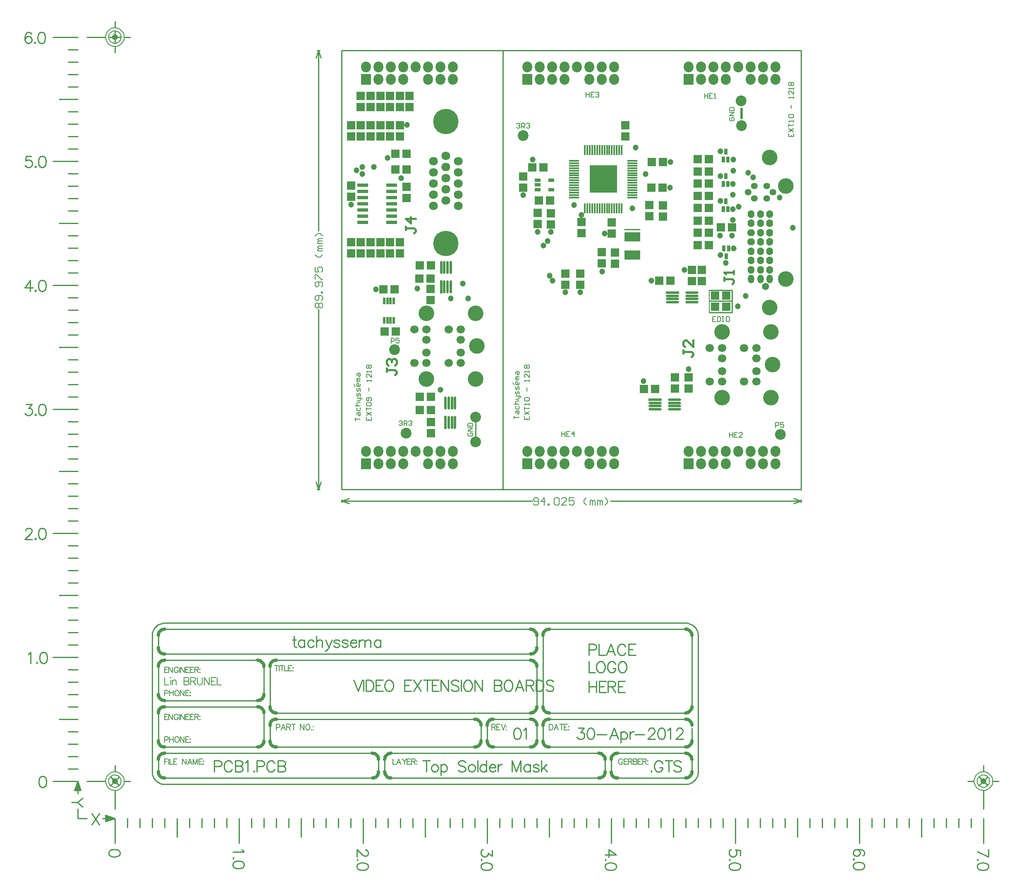
<source format=gts>
%FSLAX44Y44*%
%MOMM*%
G71*
G01*
G75*
%ADD10R,1.5240X1.5240*%
%ADD11R,0.2500X1.8000*%
%ADD12R,3.0320X1.7780*%
%ADD13O,0.3000X2.5000*%
%ADD14R,0.3000X2.5000*%
%ADD15O,2.5000X0.3000*%
%ADD16R,2.5000X0.3000*%
%ADD17R,1.8000X0.2500*%
%ADD18R,5.5000X5.5000*%
%ADD19R,0.6000X1.1000*%
%ADD20R,0.3000X1.2000*%
%ADD21R,2.0000X0.5000*%
%ADD22R,1.0000X0.5000*%
%ADD23C,0.2500*%
%ADD24C,0.5000*%
%ADD25C,0.2286*%
%ADD26C,0.2000*%
%ADD27C,0.4000*%
%ADD28C,0.6350*%
%ADD29C,0.2540*%
%ADD30C,0.2032*%
%ADD31C,0.1524*%
%ADD32C,0.1270*%
%ADD33C,2.0000*%
%ADD34C,1.5000*%
%ADD35C,3.0000*%
%ADD36O,1.8000X2.0000*%
%ADD37R,1.8000X2.0000*%
%ADD38C,5.0000*%
%ADD39C,1.6000*%
%ADD40C,1.1500*%
%ADD41O,1.2000X1.4000*%
%ADD42O,1.1000X1.6000*%
%ADD43O,1.4000X1.2000*%
%ADD44C,1.0000*%
%ADD45C,1.2700*%
%ADD46C,0.2540*%
%ADD47C,0.1500*%
%ADD48C,0.3048*%
%ADD49C,0.5048*%
%ADD50C,0.2200*%
%ADD51C,0.1000*%
%ADD52C,0.3500*%
%ADD53R,0.5080X0.5080*%
%ADD54R,1.7272X1.7272*%
%ADD55R,0.4532X2.0032*%
%ADD56R,3.2352X1.9812*%
%ADD57O,0.5032X2.7032*%
%ADD58R,0.5032X2.7032*%
%ADD59O,2.7032X0.5032*%
%ADD60R,2.7032X0.5032*%
%ADD61R,2.0032X0.4532*%
%ADD62R,5.7032X5.7032*%
%ADD63R,0.8032X1.3032*%
%ADD64R,0.5000X1.4000*%
%ADD65R,2.2000X0.7000*%
%ADD66R,1.2000X0.7000*%
%ADD67C,2.2032*%
%ADD68C,1.7000*%
%ADD69C,3.2000*%
%ADD70C,2.2000*%
%ADD71O,2.0032X2.2032*%
%ADD72R,2.0032X2.2032*%
%ADD73C,5.2000*%
%ADD74C,1.8000*%
%ADD75C,3.2032*%
%ADD76C,1.3532*%
%ADD77O,1.4032X1.6032*%
%ADD78O,1.3032X1.8032*%
%ADD79O,1.6032X1.4032*%
%ADD80C,1.2032*%
%ADD81C,1.4732*%
D23*
X2468831Y2050025D02*
Y2084525D01*
X2947581Y2307275D02*
X2994081D01*
Y2353025D01*
X2947581Y2353025D02*
X2994081D01*
X2947581Y2330775D02*
X2993831D01*
X2774081Y2477275D02*
X2805581D01*
X1715441Y1270032D02*
X1718743Y1271175D01*
X1715441Y1272318D02*
X1718743Y1271175D01*
X1712774Y1266222D02*
X1727506Y1271175D01*
X1712774Y1276128D02*
X1727506Y1271175D01*
X1714552Y1268762D02*
X1721664Y1271175D01*
X1714552Y1273588D02*
X1721664Y1271175D01*
X1654481Y1335437D02*
X1655624Y1332135D01*
X1653338D02*
X1654481Y1335437D01*
Y1344200D02*
X1659434Y1329468D01*
X1649528D02*
X1654481Y1344200D01*
Y1338358D02*
X1656894Y1331246D01*
X1652068D02*
X1654481Y1338358D01*
Y1341279D02*
X1658164Y1330357D01*
X1650798D02*
X1654481Y1341279D01*
X1648131Y1328325D02*
X1654481Y1347375D01*
X1660831Y1328325D01*
X1713663Y1267492D02*
X1724585Y1271175D01*
X1713663Y1274858D02*
X1724585Y1271175D01*
X1711631Y1277525D02*
X1730681Y1271175D01*
X1711631Y1264825D02*
X1730681Y1271175D01*
X3499791Y1356265D02*
X3508681Y1347375D01*
X3517571Y1338485D01*
X1721791Y1356265D02*
X1730681Y1347375D01*
X1739571Y1338485D01*
X3508681Y1347375D02*
X3517571Y1356265D01*
X3499791Y1338485D02*
X3508681Y1347375D01*
X1721791Y1338485D02*
X1730681Y1347375D01*
X1739571Y1356265D01*
X2606981Y1429925D02*
Y1461675D01*
X2911781Y1499775D02*
Y1645825D01*
X2606981Y1499775D02*
Y1645825D01*
X1806881Y1366425D02*
Y1645825D01*
X1819581Y1366425D02*
Y1391825D01*
X2911781Y1429925D02*
Y1455325D01*
Y1366425D02*
Y1391825D01*
X2594281Y1429925D02*
Y1461675D01*
X2492681Y1429925D02*
Y1461675D01*
X2048181Y1429925D02*
Y1461675D01*
X2479981Y1429925D02*
Y1461675D01*
X2048181Y1499775D02*
Y1582325D01*
X2594281Y1499775D02*
Y1582325D01*
Y1620425D02*
Y1645825D01*
X1819581Y1620425D02*
Y1645825D01*
X2035481Y1525175D02*
Y1582325D01*
X1819581Y1525175D02*
Y1582325D01*
X2035481Y1429925D02*
Y1487075D01*
X1819581Y1429925D02*
Y1487075D01*
X2924481Y1366425D02*
Y1645825D01*
X2746681Y1366425D02*
Y1391825D01*
X2733981Y1366425D02*
Y1391825D01*
X2283131Y1366425D02*
Y1391825D01*
X2270431Y1366425D02*
Y1391825D01*
X3508683Y1290223D02*
Y1328323D01*
Y1366423D02*
Y1379123D01*
X1730681Y2839625D02*
Y2852325D01*
Y2890425D02*
Y2903125D01*
Y2871375D02*
Y2884075D01*
Y2858675D02*
Y2871375D01*
X3508681Y1220375D02*
Y1271175D01*
X3483281Y1252125D02*
Y1271175D01*
X3457881Y1252125D02*
Y1271175D01*
X3432481Y1252125D02*
Y1271175D01*
X3407081Y1252125D02*
Y1271175D01*
X3381681Y1233075D02*
Y1271175D01*
X3356281Y1252125D02*
Y1271175D01*
X3330881Y1252125D02*
Y1271175D01*
X3305481Y1252125D02*
Y1271175D01*
X3280081Y1252125D02*
Y1271175D01*
X3254681Y1220375D02*
Y1271175D01*
X3229281Y1252125D02*
Y1271175D01*
X3203881Y1252125D02*
Y1271175D01*
X3178481Y1252125D02*
Y1271175D01*
X3153081Y1252125D02*
Y1271175D01*
X3127681Y1233075D02*
Y1271175D01*
X3102281Y1252125D02*
Y1271175D01*
X3076881Y1252125D02*
Y1271175D01*
X3051481Y1252125D02*
Y1271175D01*
X3026081Y1252125D02*
Y1271175D01*
X3000681Y1220375D02*
Y1271175D01*
X2975281Y1252125D02*
Y1271175D01*
X2949881Y1252125D02*
Y1271175D01*
X2924481Y1252125D02*
Y1271175D01*
X2899081Y1252125D02*
Y1271175D01*
X2873681Y1233075D02*
Y1271175D01*
X2848281Y1252125D02*
Y1271175D01*
X2822881Y1252125D02*
Y1271175D01*
X2797481Y1252125D02*
Y1271175D01*
X2772081Y1252125D02*
Y1271175D01*
X2746681Y1220375D02*
Y1271175D01*
X2721281Y1252125D02*
Y1271175D01*
X2695881Y1252125D02*
Y1271175D01*
X2670481Y1252125D02*
Y1271175D01*
X2645081Y1252125D02*
Y1271175D01*
X2619681Y1233075D02*
Y1271175D01*
X2594281Y1252125D02*
Y1271175D01*
X2568881Y1252125D02*
Y1271175D01*
X2543481Y1252125D02*
Y1271175D01*
X2518081Y1252125D02*
Y1271175D01*
X2492681Y1220375D02*
Y1271175D01*
X2467281Y1252125D02*
Y1271175D01*
X2441881Y1252125D02*
Y1271175D01*
X2416481Y1252125D02*
Y1271175D01*
X2391081Y1252125D02*
Y1271175D01*
X2365681Y1233075D02*
Y1271175D01*
X2340281Y1252125D02*
Y1271175D01*
X2314881Y1252125D02*
Y1271175D01*
X2289481Y1252125D02*
Y1271175D01*
X2264081Y1252125D02*
Y1271175D01*
X2238681Y1220375D02*
Y1271175D01*
X2213281Y1252125D02*
Y1271175D01*
X2187881Y1252125D02*
Y1271175D01*
X2162481Y1252125D02*
Y1271175D01*
X2137081Y1252125D02*
Y1271175D01*
X2111681Y1233075D02*
Y1271175D01*
X2086281Y1252125D02*
Y1271175D01*
X2060881Y1252125D02*
Y1271175D01*
X2035481Y1252125D02*
Y1271175D01*
X2010081Y1252125D02*
Y1271175D01*
X1984681Y1220375D02*
Y1271175D01*
X1959281Y1252125D02*
Y1271175D01*
X1933881Y1252125D02*
Y1271175D01*
X1908481Y1252125D02*
Y1271175D01*
X1883081Y1252125D02*
Y1271175D01*
X1857681Y1233075D02*
Y1271175D01*
X1832281Y1252125D02*
Y1271175D01*
X1806881Y1252125D02*
Y1271175D01*
X1781481Y1252125D02*
Y1271175D01*
X1756081Y1252125D02*
Y1271175D01*
X1730681Y1220375D02*
Y1271175D01*
X1715441Y1270032D02*
Y1272318D01*
X1712774Y1266222D02*
Y1276128D01*
X1714552Y1268762D02*
Y1273588D01*
X1654481Y1321975D02*
Y1328325D01*
X1713663Y1267492D02*
Y1274858D01*
X1711631Y1264825D02*
Y1277525D01*
X1654481Y1271175D02*
Y1290225D01*
X1730683Y1366423D02*
Y1379123D01*
Y1290223D02*
Y1328323D01*
X2619681Y1474375D02*
X2899081D01*
X2619681Y1487075D02*
X2899081D01*
X2060881D02*
X2581581D01*
X2619681Y1658525D02*
X2899081D01*
X2619681Y1417225D02*
X2899081D01*
X2505381Y1474375D02*
X2581581D01*
X2505381Y1417225D02*
X2581581D01*
X2060881D02*
X2467281D01*
X2060881Y1474375D02*
X2467281D01*
X2060881Y1595025D02*
X2581581D01*
X1832281Y1607725D02*
X2581581D01*
X1832281Y1595025D02*
X2022781D01*
X1832281Y1512475D02*
X2022781D01*
X1832281Y1499775D02*
X2022781D01*
X1832281Y1417225D02*
X2022781D01*
X1832281Y1671225D02*
X2899081D01*
X1832281Y1341025D02*
X2899081D01*
X1832281Y1658525D02*
X2581581D01*
X2759381Y1404525D02*
X2899081D01*
X2759381Y1353725D02*
X2899081D01*
X2295831Y1404525D02*
X2721281D01*
X1832281D02*
X2257731D01*
X1832281Y1353725D02*
X2257731D01*
X2295831D02*
X2721281D01*
X3527733Y1347373D02*
X3540433D01*
X3476933D02*
X3489633D01*
X1749731Y2871375D02*
X1762431D01*
X1673531D02*
X1711631D01*
X1717981D02*
X1730681D01*
X1743381D01*
X1603681D02*
X1654481D01*
X1635431Y2845975D02*
X1654481D01*
X1635431Y2820575D02*
X1654481D01*
X1635431Y2795175D02*
X1654481D01*
X1635431Y2769775D02*
X1654481D01*
X1616381Y2744375D02*
X1654481D01*
X1635431Y2718975D02*
X1654481D01*
X1635431Y2693575D02*
X1654481D01*
X1635431Y2668175D02*
X1654481D01*
X1635431Y2642775D02*
X1654481D01*
X1603681Y2617375D02*
X1654481D01*
X1635431Y2591975D02*
X1654481D01*
X1635431Y2566575D02*
X1654481D01*
X1635431Y2541175D02*
X1654481D01*
X1635431Y2515775D02*
X1654481D01*
X1616381Y2490375D02*
X1654481D01*
X1635431Y2464975D02*
X1654481D01*
X1635431Y2439575D02*
X1654481D01*
X1635431Y2414175D02*
X1654481D01*
X1635431Y2388775D02*
X1654481D01*
X1603681Y2363375D02*
X1654481D01*
X1635431Y2337975D02*
X1654481D01*
X1635431Y2312575D02*
X1654481D01*
X1635431Y2287175D02*
X1654481D01*
X1635431Y2261775D02*
X1654481D01*
X1616381Y2236375D02*
X1654481D01*
X1635431Y2210975D02*
X1654481D01*
X1635431Y2185575D02*
X1654481D01*
X1635431Y2160175D02*
X1654481D01*
X1635431Y2134775D02*
X1654481D01*
X1603681Y2109375D02*
X1654481D01*
X1635431Y2083975D02*
X1654481D01*
X1635431Y2058575D02*
X1654481D01*
X1635431Y2033175D02*
X1654481D01*
X1635431Y2007775D02*
X1654481D01*
X1616381Y1982375D02*
X1654481D01*
X1635431Y1956975D02*
X1654481D01*
X1635431Y1931575D02*
X1654481D01*
X1635431Y1906175D02*
X1654481D01*
X1635431Y1880775D02*
X1654481D01*
X1603681Y1855375D02*
X1654481D01*
X1635431Y1829975D02*
X1654481D01*
X1635431Y1804575D02*
X1654481D01*
X1635431Y1779175D02*
X1654481D01*
X1635431Y1753775D02*
X1654481D01*
X1616381Y1728375D02*
X1654481D01*
X1635431Y1702975D02*
X1654481D01*
X1635431Y1677575D02*
X1654481D01*
X1635431Y1652175D02*
X1654481D01*
X1635431Y1626775D02*
X1654481D01*
X1603681Y1601375D02*
X1654481D01*
X1635431Y1575975D02*
X1654481D01*
X1635431Y1550575D02*
X1654481D01*
X1635431Y1525175D02*
X1654481D01*
X1635431Y1499775D02*
X1654481D01*
X1616381Y1474375D02*
X1654481D01*
X1635431Y1448975D02*
X1654481D01*
X1635431Y1423575D02*
X1654481D01*
X1635431Y1398175D02*
X1654481D01*
X1635431Y1372775D02*
X1654481D01*
X1603681Y1347375D02*
X1654481D01*
X1705281Y1271175D02*
X1711631D01*
X1653338Y1332135D02*
X1655624D01*
X1649528Y1329468D02*
X1659434D01*
X1652068Y1331246D02*
X1656894D01*
X1650798Y1330357D02*
X1658164D01*
X1648131Y1328325D02*
X1660831D01*
X1654481Y1271175D02*
X1673531D01*
X1673533Y1347373D02*
X1711633D01*
X1749733D02*
X1762433D01*
X2194831Y1944525D02*
X3135081D01*
X2194831Y2844275D02*
X3135201D01*
X2194831Y1944525D02*
Y2844275D01*
X3135201Y1944395D02*
Y2844395D01*
X2525001Y1944395D02*
Y2844395D01*
D24*
X3013331Y2705525D02*
Y2724275D01*
D25*
X2829049Y1368602D02*
X2827961Y1367513D01*
X2829049Y1366425D01*
X2830137Y1367513D01*
X2829049Y1368602D01*
X2851469Y1383839D02*
X2850381Y1386015D01*
X2848204Y1388192D01*
X2846027Y1389280D01*
X2841674D01*
X2839497Y1388192D01*
X2837320Y1386015D01*
X2836232Y1383839D01*
X2835144Y1380573D01*
Y1375132D01*
X2836232Y1371867D01*
X2837320Y1369690D01*
X2839497Y1367513D01*
X2841674Y1366425D01*
X2846027D01*
X2848204Y1367513D01*
X2850381Y1369690D01*
X2851469Y1371867D01*
Y1375132D01*
X2846027D02*
X2851469D01*
X2864311Y1389280D02*
Y1366425D01*
X2856693Y1389280D02*
X2871930D01*
X2889887Y1386015D02*
X2887711Y1388192D01*
X2884445Y1389280D01*
X2880092D01*
X2876827Y1388192D01*
X2874650Y1386015D01*
Y1383839D01*
X2875739Y1381662D01*
X2876827Y1380573D01*
X2879004Y1379485D01*
X2885534Y1377309D01*
X2887711Y1376220D01*
X2888799Y1375132D01*
X2889887Y1372955D01*
Y1369690D01*
X2887711Y1367513D01*
X2884445Y1366425D01*
X2880092D01*
X2876827Y1367513D01*
X2874650Y1369690D01*
X2097166Y1644550D02*
Y1626048D01*
X2098254Y1622783D01*
X2100431Y1621695D01*
X2102607D01*
X2093901Y1636932D02*
X2101519D01*
X2118932D02*
Y1621695D01*
Y1633667D02*
X2116756Y1635844D01*
X2114579Y1636932D01*
X2111314D01*
X2109137Y1635844D01*
X2106961Y1633667D01*
X2105872Y1630402D01*
Y1628225D01*
X2106961Y1624960D01*
X2109137Y1622783D01*
X2111314Y1621695D01*
X2114579D01*
X2116756Y1622783D01*
X2118932Y1624960D01*
X2138087Y1633667D02*
X2135911Y1635844D01*
X2133734Y1636932D01*
X2130469D01*
X2128292Y1635844D01*
X2126116Y1633667D01*
X2125027Y1630402D01*
Y1628225D01*
X2126116Y1624960D01*
X2128292Y1622783D01*
X2130469Y1621695D01*
X2133734D01*
X2135911Y1622783D01*
X2138087Y1624960D01*
X2142985Y1644550D02*
Y1621695D01*
Y1632578D02*
X2146250Y1635844D01*
X2148426Y1636932D01*
X2151691D01*
X2153868Y1635844D01*
X2154957Y1632578D01*
Y1621695D01*
X2162031Y1636932D02*
X2168561Y1621695D01*
X2175091Y1636932D02*
X2168561Y1621695D01*
X2166384Y1617342D01*
X2164207Y1615165D01*
X2162031Y1614077D01*
X2160942D01*
X2190872Y1633667D02*
X2189783Y1635844D01*
X2186518Y1636932D01*
X2183253D01*
X2179988Y1635844D01*
X2178900Y1633667D01*
X2179988Y1631490D01*
X2182165Y1630402D01*
X2187607Y1629314D01*
X2189783Y1628225D01*
X2190872Y1626048D01*
Y1624960D01*
X2189783Y1622783D01*
X2186518Y1621695D01*
X2183253D01*
X2179988Y1622783D01*
X2178900Y1624960D01*
X2207632Y1633667D02*
X2206544Y1635844D01*
X2203279Y1636932D01*
X2200014D01*
X2196749Y1635844D01*
X2195660Y1633667D01*
X2196749Y1631490D01*
X2198925Y1630402D01*
X2204367Y1629314D01*
X2206544Y1628225D01*
X2207632Y1626048D01*
Y1624960D01*
X2206544Y1622783D01*
X2203279Y1621695D01*
X2200014D01*
X2196749Y1622783D01*
X2195660Y1624960D01*
X2212421Y1630402D02*
X2225481D01*
Y1632578D01*
X2224393Y1634755D01*
X2223304Y1635844D01*
X2221127Y1636932D01*
X2217862D01*
X2215686Y1635844D01*
X2213509Y1633667D01*
X2212421Y1630402D01*
Y1628225D01*
X2213509Y1624960D01*
X2215686Y1622783D01*
X2217862Y1621695D01*
X2221127D01*
X2223304Y1622783D01*
X2225481Y1624960D01*
X2230378Y1636932D02*
Y1621695D01*
Y1632578D02*
X2233643Y1635844D01*
X2235820Y1636932D01*
X2239085D01*
X2241262Y1635844D01*
X2242350Y1632578D01*
Y1621695D01*
Y1632578D02*
X2245615Y1635844D01*
X2247792Y1636932D01*
X2251057D01*
X2253233Y1635844D01*
X2254322Y1632578D01*
Y1621695D01*
X2274565Y1636932D02*
Y1621695D01*
Y1633667D02*
X2272388Y1635844D01*
X2270211Y1636932D01*
X2266947D01*
X2264770Y1635844D01*
X2262593Y1633667D01*
X2261505Y1630402D01*
Y1628225D01*
X2262593Y1624960D01*
X2264770Y1622783D01*
X2266947Y1621695D01*
X2270211D01*
X2272388Y1622783D01*
X2274565Y1624960D01*
X2219631Y1554380D02*
X2228337Y1531525D01*
X2237044Y1554380D02*
X2228337Y1531525D01*
X2239983Y1554380D02*
Y1531525D01*
X2244771Y1554380D02*
Y1531525D01*
Y1554380D02*
X2252390D01*
X2255655Y1553292D01*
X2257831Y1551115D01*
X2258920Y1548938D01*
X2260008Y1545674D01*
Y1540232D01*
X2258920Y1536967D01*
X2257831Y1534790D01*
X2255655Y1532613D01*
X2252390Y1531525D01*
X2244771D01*
X2279272Y1554380D02*
X2265123D01*
Y1531525D01*
X2279272D01*
X2265123Y1543497D02*
X2273830D01*
X2289611Y1554380D02*
X2287434Y1553292D01*
X2285258Y1551115D01*
X2284169Y1548938D01*
X2283081Y1545674D01*
Y1540232D01*
X2284169Y1536967D01*
X2285258Y1534790D01*
X2287434Y1532613D01*
X2289611Y1531525D01*
X2293964D01*
X2296141Y1532613D01*
X2298318Y1534790D01*
X2299406Y1536967D01*
X2300494Y1540232D01*
Y1545674D01*
X2299406Y1548938D01*
X2298318Y1551115D01*
X2296141Y1553292D01*
X2293964Y1554380D01*
X2289611D01*
X2337933D02*
X2323785D01*
Y1531525D01*
X2337933D01*
X2323785Y1543497D02*
X2332491D01*
X2341742Y1554380D02*
X2356979Y1531525D01*
Y1554380D02*
X2341742Y1531525D01*
X2369713Y1554380D02*
Y1531525D01*
X2362094Y1554380D02*
X2377331D01*
X2394200D02*
X2380052D01*
Y1531525D01*
X2394200D01*
X2380052Y1543497D02*
X2388758D01*
X2398009Y1554380D02*
Y1531525D01*
Y1554380D02*
X2413246Y1531525D01*
Y1554380D02*
Y1531525D01*
X2434795Y1551115D02*
X2432619Y1553292D01*
X2429353Y1554380D01*
X2425000D01*
X2421735Y1553292D01*
X2419558Y1551115D01*
Y1548938D01*
X2420647Y1546762D01*
X2421735Y1545674D01*
X2423912Y1544585D01*
X2430442Y1542408D01*
X2432619Y1541320D01*
X2433707Y1540232D01*
X2434795Y1538055D01*
Y1534790D01*
X2432619Y1532613D01*
X2429353Y1531525D01*
X2425000D01*
X2421735Y1532613D01*
X2419558Y1534790D01*
X2439910Y1554380D02*
Y1531525D01*
X2451229Y1554380D02*
X2449052Y1553292D01*
X2446876Y1551115D01*
X2445787Y1548938D01*
X2444699Y1545674D01*
Y1540232D01*
X2445787Y1536967D01*
X2446876Y1534790D01*
X2449052Y1532613D01*
X2451229Y1531525D01*
X2455582D01*
X2457759Y1532613D01*
X2459936Y1534790D01*
X2461024Y1536967D01*
X2462112Y1540232D01*
Y1545674D01*
X2461024Y1548938D01*
X2459936Y1551115D01*
X2457759Y1553292D01*
X2455582Y1554380D01*
X2451229D01*
X2467445D02*
Y1531525D01*
Y1554380D02*
X2482682Y1531525D01*
Y1554380D02*
Y1531525D01*
X2506952Y1554380D02*
Y1531525D01*
Y1554380D02*
X2516747D01*
X2520012Y1553292D01*
X2521100Y1552204D01*
X2522189Y1550027D01*
Y1547850D01*
X2521100Y1545674D01*
X2520012Y1544585D01*
X2516747Y1543497D01*
X2506952D02*
X2516747D01*
X2520012Y1542408D01*
X2521100Y1541320D01*
X2522189Y1539144D01*
Y1535878D01*
X2521100Y1533702D01*
X2520012Y1532613D01*
X2516747Y1531525D01*
X2506952D01*
X2533834Y1554380D02*
X2531657Y1553292D01*
X2529480Y1551115D01*
X2528392Y1548938D01*
X2527304Y1545674D01*
Y1540232D01*
X2528392Y1536967D01*
X2529480Y1534790D01*
X2531657Y1532613D01*
X2533834Y1531525D01*
X2538187D01*
X2540364Y1532613D01*
X2542541Y1534790D01*
X2543629Y1536967D01*
X2544717Y1540232D01*
Y1545674D01*
X2543629Y1548938D01*
X2542541Y1551115D01*
X2540364Y1553292D01*
X2538187Y1554380D01*
X2533834D01*
X2567463Y1531525D02*
X2558757Y1554380D01*
X2550050Y1531525D01*
X2553315Y1539144D02*
X2564199D01*
X2572796Y1554380D02*
Y1531525D01*
Y1554380D02*
X2582591D01*
X2585856Y1553292D01*
X2586945Y1552204D01*
X2588033Y1550027D01*
Y1547850D01*
X2586945Y1545674D01*
X2585856Y1544585D01*
X2582591Y1543497D01*
X2572796D01*
X2580415D02*
X2588033Y1531525D01*
X2593148Y1554380D02*
Y1531525D01*
Y1554380D02*
X2600767D01*
X2604032Y1553292D01*
X2606208Y1551115D01*
X2607297Y1548938D01*
X2608385Y1545674D01*
Y1540232D01*
X2607297Y1536967D01*
X2606208Y1534790D01*
X2604032Y1532613D01*
X2600767Y1531525D01*
X2593148D01*
X2628737Y1551115D02*
X2626560Y1553292D01*
X2623295Y1554380D01*
X2618942D01*
X2615677Y1553292D01*
X2613500Y1551115D01*
Y1548938D01*
X2614589Y1546762D01*
X2615677Y1545674D01*
X2617854Y1544585D01*
X2624384Y1542408D01*
X2626560Y1541320D01*
X2627649Y1540232D01*
X2628737Y1538055D01*
Y1534790D01*
X2626560Y1532613D01*
X2623295Y1531525D01*
X2618942D01*
X2615677Y1532613D01*
X2613500Y1534790D01*
X1933881Y1377309D02*
X1943676D01*
X1946941Y1378397D01*
X1948029Y1379485D01*
X1949117Y1381662D01*
Y1384927D01*
X1948029Y1387103D01*
X1946941Y1388192D01*
X1943676Y1389280D01*
X1933881D01*
Y1366425D01*
X1970558Y1383839D02*
X1969469Y1386015D01*
X1967293Y1388192D01*
X1965116Y1389280D01*
X1960763D01*
X1958586Y1388192D01*
X1956409Y1386015D01*
X1955321Y1383839D01*
X1954233Y1380573D01*
Y1375132D01*
X1955321Y1371867D01*
X1956409Y1369690D01*
X1958586Y1367513D01*
X1960763Y1366425D01*
X1965116D01*
X1967293Y1367513D01*
X1969469Y1369690D01*
X1970558Y1371867D01*
X1976979Y1389280D02*
Y1366425D01*
Y1389280D02*
X1986774D01*
X1990039Y1388192D01*
X1991127Y1387103D01*
X1992216Y1384927D01*
Y1382750D01*
X1991127Y1380573D01*
X1990039Y1379485D01*
X1986774Y1378397D01*
X1976979D02*
X1986774D01*
X1990039Y1377309D01*
X1991127Y1376220D01*
X1992216Y1374043D01*
Y1370779D01*
X1991127Y1368602D01*
X1990039Y1367513D01*
X1986774Y1366425D01*
X1976979D01*
X1997331Y1384927D02*
X1999507Y1386015D01*
X2002773Y1389280D01*
Y1366425D01*
X2015180Y1368602D02*
X2014091Y1367513D01*
X2015180Y1366425D01*
X2016268Y1367513D01*
X2015180Y1368602D01*
X2021274Y1377309D02*
X2031069D01*
X2034334Y1378397D01*
X2035423Y1379485D01*
X2036511Y1381662D01*
Y1384927D01*
X2035423Y1387103D01*
X2034334Y1388192D01*
X2031069Y1389280D01*
X2021274D01*
Y1366425D01*
X2057951Y1383839D02*
X2056863Y1386015D01*
X2054686Y1388192D01*
X2052510Y1389280D01*
X2048156D01*
X2045980Y1388192D01*
X2043803Y1386015D01*
X2042715Y1383839D01*
X2041626Y1380573D01*
Y1375132D01*
X2042715Y1371867D01*
X2043803Y1369690D01*
X2045980Y1367513D01*
X2048156Y1366425D01*
X2052510D01*
X2054686Y1367513D01*
X2056863Y1369690D01*
X2057951Y1371867D01*
X2064373Y1389280D02*
Y1366425D01*
Y1389280D02*
X2074167D01*
X2077433Y1388192D01*
X2078521Y1387103D01*
X2079609Y1384927D01*
Y1382750D01*
X2078521Y1380573D01*
X2077433Y1379485D01*
X2074167Y1378397D01*
X2064373D02*
X2074167D01*
X2077433Y1377309D01*
X2078521Y1376220D01*
X2079609Y1374043D01*
Y1370779D01*
X2078521Y1368602D01*
X2077433Y1367513D01*
X2074167Y1366425D01*
X2064373D01*
X2368219Y1389280D02*
Y1366425D01*
X2360601Y1389280D02*
X2375837D01*
X2384000Y1381662D02*
X2381823Y1380573D01*
X2379647Y1378397D01*
X2378558Y1375132D01*
Y1372955D01*
X2379647Y1369690D01*
X2381823Y1367513D01*
X2384000Y1366425D01*
X2387265D01*
X2389442Y1367513D01*
X2391618Y1369690D01*
X2392707Y1372955D01*
Y1375132D01*
X2391618Y1378397D01*
X2389442Y1380573D01*
X2387265Y1381662D01*
X2384000D01*
X2397713D02*
Y1358807D01*
Y1378397D02*
X2399890Y1380573D01*
X2402066Y1381662D01*
X2405331D01*
X2407508Y1380573D01*
X2409685Y1378397D01*
X2410773Y1375132D01*
Y1372955D01*
X2409685Y1369690D01*
X2407508Y1367513D01*
X2405331Y1366425D01*
X2402066D01*
X2399890Y1367513D01*
X2397713Y1369690D01*
X2448865Y1386015D02*
X2446688Y1388192D01*
X2443423Y1389280D01*
X2439070D01*
X2435805Y1388192D01*
X2433628Y1386015D01*
Y1383839D01*
X2434716Y1381662D01*
X2435805Y1380573D01*
X2437982Y1379485D01*
X2444512Y1377309D01*
X2446688Y1376220D01*
X2447776Y1375132D01*
X2448865Y1372955D01*
Y1369690D01*
X2446688Y1367513D01*
X2443423Y1366425D01*
X2439070D01*
X2435805Y1367513D01*
X2433628Y1369690D01*
X2459422Y1381662D02*
X2457245Y1380573D01*
X2455068Y1378397D01*
X2453980Y1375132D01*
Y1372955D01*
X2455068Y1369690D01*
X2457245Y1367513D01*
X2459422Y1366425D01*
X2462687D01*
X2464863Y1367513D01*
X2467040Y1369690D01*
X2468129Y1372955D01*
Y1375132D01*
X2467040Y1378397D01*
X2464863Y1380573D01*
X2462687Y1381662D01*
X2459422D01*
X2473135Y1389280D02*
Y1366425D01*
X2490984Y1389280D02*
Y1366425D01*
Y1378397D02*
X2488807Y1380573D01*
X2486630Y1381662D01*
X2483365D01*
X2481189Y1380573D01*
X2479012Y1378397D01*
X2477923Y1375132D01*
Y1372955D01*
X2479012Y1369690D01*
X2481189Y1367513D01*
X2483365Y1366425D01*
X2486630D01*
X2488807Y1367513D01*
X2490984Y1369690D01*
X2497078Y1375132D02*
X2510138D01*
Y1377309D01*
X2509050Y1379485D01*
X2507962Y1380573D01*
X2505785Y1381662D01*
X2502520D01*
X2500343Y1380573D01*
X2498167Y1378397D01*
X2497078Y1375132D01*
Y1372955D01*
X2498167Y1369690D01*
X2500343Y1367513D01*
X2502520Y1366425D01*
X2505785D01*
X2507962Y1367513D01*
X2510138Y1369690D01*
X2515036Y1381662D02*
Y1366425D01*
Y1375132D02*
X2516124Y1378397D01*
X2518301Y1380573D01*
X2520477Y1381662D01*
X2523743D01*
X2543768Y1389280D02*
Y1366425D01*
Y1389280D02*
X2552475Y1366425D01*
X2561181Y1389280D02*
X2552475Y1366425D01*
X2561181Y1389280D02*
Y1366425D01*
X2580771Y1381662D02*
Y1366425D01*
Y1378397D02*
X2578595Y1380573D01*
X2576418Y1381662D01*
X2573153D01*
X2570976Y1380573D01*
X2568800Y1378397D01*
X2567711Y1375132D01*
Y1372955D01*
X2568800Y1369690D01*
X2570976Y1367513D01*
X2573153Y1366425D01*
X2576418D01*
X2578595Y1367513D01*
X2580771Y1369690D01*
X2598838Y1378397D02*
X2597750Y1380573D01*
X2594485Y1381662D01*
X2591219D01*
X2587954Y1380573D01*
X2586866Y1378397D01*
X2587954Y1376220D01*
X2590131Y1375132D01*
X2595573Y1374043D01*
X2597750Y1372955D01*
X2598838Y1370779D01*
Y1369690D01*
X2597750Y1367513D01*
X2594485Y1366425D01*
X2591219D01*
X2587954Y1367513D01*
X2586866Y1369690D01*
X2603627Y1389280D02*
Y1366425D01*
X2614510Y1381662D02*
X2603627Y1370779D01*
X2607980Y1375132D02*
X2615598Y1366425D01*
X2553186Y1455955D02*
X2549921Y1454867D01*
X2547744Y1451602D01*
X2546656Y1446160D01*
Y1442895D01*
X2547744Y1437453D01*
X2549921Y1434188D01*
X2553186Y1433100D01*
X2555362D01*
X2558627Y1434188D01*
X2560804Y1437453D01*
X2561892Y1442895D01*
Y1446160D01*
X2560804Y1451602D01*
X2558627Y1454867D01*
X2555362Y1455955D01*
X2553186D01*
X2567008Y1451602D02*
X2569184Y1452690D01*
X2572449Y1455955D01*
Y1433100D01*
X2700961Y1616069D02*
X2710756D01*
X2714021Y1617157D01*
X2715109Y1618245D01*
X2716198Y1620422D01*
Y1623687D01*
X2715109Y1625863D01*
X2714021Y1626952D01*
X2710756Y1628040D01*
X2700961D01*
Y1605185D01*
X2721313Y1628040D02*
Y1605185D01*
X2734373D01*
X2754289D02*
X2745583Y1628040D01*
X2736876Y1605185D01*
X2740141Y1612803D02*
X2751024D01*
X2775947Y1622599D02*
X2774859Y1624775D01*
X2772682Y1626952D01*
X2770505Y1628040D01*
X2766152D01*
X2763976Y1626952D01*
X2761799Y1624775D01*
X2760710Y1622599D01*
X2759622Y1619333D01*
Y1613892D01*
X2760710Y1610627D01*
X2761799Y1608450D01*
X2763976Y1606273D01*
X2766152Y1605185D01*
X2770505D01*
X2772682Y1606273D01*
X2774859Y1608450D01*
X2775947Y1610627D01*
X2796517Y1628040D02*
X2782368D01*
Y1605185D01*
X2796517D01*
X2782368Y1617157D02*
X2791075D01*
X2700961Y1592480D02*
Y1569625D01*
X2714021D01*
X2723054Y1592480D02*
X2720877Y1591392D01*
X2718701Y1589215D01*
X2717612Y1587039D01*
X2716524Y1583773D01*
Y1578332D01*
X2717612Y1575067D01*
X2718701Y1572890D01*
X2720877Y1570713D01*
X2723054Y1569625D01*
X2727407D01*
X2729584Y1570713D01*
X2731761Y1572890D01*
X2732849Y1575067D01*
X2733937Y1578332D01*
Y1583773D01*
X2732849Y1587039D01*
X2731761Y1589215D01*
X2729584Y1591392D01*
X2727407Y1592480D01*
X2723054D01*
X2755595Y1587039D02*
X2754507Y1589215D01*
X2752330Y1591392D01*
X2750154Y1592480D01*
X2745800D01*
X2743623Y1591392D01*
X2741447Y1589215D01*
X2740359Y1587039D01*
X2739270Y1583773D01*
Y1578332D01*
X2740359Y1575067D01*
X2741447Y1572890D01*
X2743623Y1570713D01*
X2745800Y1569625D01*
X2750154D01*
X2752330Y1570713D01*
X2754507Y1572890D01*
X2755595Y1575067D01*
Y1578332D01*
X2750154D02*
X2755595D01*
X2767349Y1592480D02*
X2765173Y1591392D01*
X2762996Y1589215D01*
X2761908Y1587039D01*
X2760819Y1583773D01*
Y1578332D01*
X2761908Y1575067D01*
X2762996Y1572890D01*
X2765173Y1570713D01*
X2767349Y1569625D01*
X2771703D01*
X2773879Y1570713D01*
X2776056Y1572890D01*
X2777144Y1575067D01*
X2778233Y1578332D01*
Y1583773D01*
X2777144Y1587039D01*
X2776056Y1589215D01*
X2773879Y1591392D01*
X2771703Y1592480D01*
X2767349D01*
X2700961Y1551840D02*
Y1528985D01*
X2716198Y1551840D02*
Y1528985D01*
X2700961Y1540957D02*
X2716198D01*
X2736658Y1551840D02*
X2722510D01*
Y1528985D01*
X2736658D01*
X2722510Y1540957D02*
X2731216D01*
X2740468Y1551840D02*
Y1528985D01*
Y1551840D02*
X2750262D01*
X2753528Y1550752D01*
X2754616Y1549664D01*
X2755704Y1547487D01*
Y1545310D01*
X2754616Y1543134D01*
X2753528Y1542045D01*
X2750262Y1540957D01*
X2740468D01*
X2748086D02*
X2755704Y1528985D01*
X2774968Y1551840D02*
X2760819D01*
Y1528985D01*
X2774968D01*
X2760819Y1540957D02*
X2769526D01*
X2679007Y1455955D02*
X2690979D01*
X2684449Y1447249D01*
X2687714D01*
X2689891Y1446160D01*
X2690979Y1445072D01*
X2692067Y1441807D01*
Y1439630D01*
X2690979Y1436365D01*
X2688802Y1434188D01*
X2685537Y1433100D01*
X2682272D01*
X2679007Y1434188D01*
X2677919Y1435277D01*
X2676831Y1437453D01*
X2703713Y1455955D02*
X2700448Y1454867D01*
X2698271Y1451602D01*
X2697183Y1446160D01*
Y1442895D01*
X2698271Y1437453D01*
X2700448Y1434188D01*
X2703713Y1433100D01*
X2705889D01*
X2709154Y1434188D01*
X2711331Y1437453D01*
X2712419Y1442895D01*
Y1446160D01*
X2711331Y1451602D01*
X2709154Y1454867D01*
X2705889Y1455955D01*
X2703713D01*
X2717534Y1442895D02*
X2737125D01*
X2761286Y1433100D02*
X2752579Y1455955D01*
X2743872Y1433100D01*
X2747137Y1440719D02*
X2758021D01*
X2766619Y1448337D02*
Y1425482D01*
Y1445072D02*
X2768795Y1447249D01*
X2770972Y1448337D01*
X2774237D01*
X2776414Y1447249D01*
X2778590Y1445072D01*
X2779679Y1441807D01*
Y1439630D01*
X2778590Y1436365D01*
X2776414Y1434188D01*
X2774237Y1433100D01*
X2770972D01*
X2768795Y1434188D01*
X2766619Y1436365D01*
X2784576Y1448337D02*
Y1433100D01*
Y1441807D02*
X2785664Y1445072D01*
X2787841Y1447249D01*
X2790018Y1448337D01*
X2793283D01*
X2795351Y1442895D02*
X2814941D01*
X2822777Y1450513D02*
Y1451602D01*
X2823865Y1453779D01*
X2824954Y1454867D01*
X2827130Y1455955D01*
X2831483D01*
X2833660Y1454867D01*
X2834749Y1453779D01*
X2835837Y1451602D01*
Y1449425D01*
X2834749Y1447249D01*
X2832572Y1443983D01*
X2821689Y1433100D01*
X2836925D01*
X2848571Y1455955D02*
X2845305Y1454867D01*
X2843129Y1451602D01*
X2842040Y1446160D01*
Y1442895D01*
X2843129Y1437453D01*
X2845305Y1434188D01*
X2848571Y1433100D01*
X2850747D01*
X2854012Y1434188D01*
X2856189Y1437453D01*
X2857277Y1442895D01*
Y1446160D01*
X2856189Y1451602D01*
X2854012Y1454867D01*
X2850747Y1455955D01*
X2848571D01*
X2862392Y1451602D02*
X2864569Y1452690D01*
X2867834Y1455955D01*
Y1433100D01*
X2880241Y1450513D02*
Y1451602D01*
X2881330Y1453779D01*
X2882418Y1454867D01*
X2884594Y1455955D01*
X2888948D01*
X2891125Y1454867D01*
X2892213Y1453779D01*
X2893301Y1451602D01*
Y1449425D01*
X2892213Y1447249D01*
X2890036Y1443983D01*
X2879153Y1433100D01*
X2894390D01*
X1664636Y1312450D02*
X1653752Y1303743D01*
X1641781D01*
X1664636Y1295037D02*
X1653752Y1303743D01*
X1683056Y1281330D02*
X1698292Y1258475D01*
Y1281330D02*
X1683056Y1258475D01*
X3261571Y1194615D02*
X3263747Y1195703D01*
X3264836Y1198968D01*
Y1201145D01*
X3263747Y1204410D01*
X3260482Y1206587D01*
X3255041Y1207675D01*
X3249599D01*
X3245246Y1206587D01*
X3243069Y1204410D01*
X3241981Y1201145D01*
Y1200057D01*
X3243069Y1196792D01*
X3245246Y1194615D01*
X3248511Y1193527D01*
X3249599D01*
X3252864Y1194615D01*
X3255041Y1196792D01*
X3256129Y1200057D01*
Y1201145D01*
X3255041Y1204410D01*
X3252864Y1206587D01*
X3249599Y1207675D01*
X3244157Y1187432D02*
X3243069Y1188520D01*
X3241981Y1187432D01*
X3243069Y1186344D01*
X3244157Y1187432D01*
X3264836Y1174807D02*
X3263747Y1178072D01*
X3260482Y1180249D01*
X3255041Y1181337D01*
X3251776D01*
X3246334Y1180249D01*
X3243069Y1178072D01*
X3241981Y1174807D01*
Y1172631D01*
X3243069Y1169366D01*
X3246334Y1167189D01*
X3251776Y1166101D01*
X3255041D01*
X3260482Y1167189D01*
X3263747Y1169366D01*
X3264836Y1172631D01*
Y1174807D01*
X2756836Y1196792D02*
X2741599Y1207675D01*
Y1191350D01*
X2756836Y1196792D02*
X2733981D01*
X2736158Y1186235D02*
X2735069Y1187323D01*
X2733981Y1186235D01*
X2735069Y1185146D01*
X2736158Y1186235D01*
X2756836Y1173610D02*
X2755747Y1176875D01*
X2752482Y1179052D01*
X2747041Y1180140D01*
X2743776D01*
X2738334Y1179052D01*
X2735069Y1176875D01*
X2733981Y1173610D01*
Y1171433D01*
X2735069Y1168168D01*
X2738334Y1165992D01*
X2743776Y1164903D01*
X2747041D01*
X2752482Y1165992D01*
X2755747Y1168168D01*
X2756836Y1171433D01*
Y1173610D01*
X2243394Y1206587D02*
X2244482D01*
X2246659Y1205498D01*
X2247747Y1204410D01*
X2248836Y1202233D01*
Y1197880D01*
X2247747Y1195703D01*
X2246659Y1194615D01*
X2244482Y1193527D01*
X2242306D01*
X2240129Y1194615D01*
X2236864Y1196792D01*
X2225981Y1207675D01*
Y1192438D01*
X2228157Y1186235D02*
X2227069Y1187323D01*
X2225981Y1186235D01*
X2227069Y1185146D01*
X2228157Y1186235D01*
X2248836Y1173610D02*
X2247747Y1176875D01*
X2244482Y1179052D01*
X2239041Y1180140D01*
X2235776D01*
X2230334Y1179052D01*
X2227069Y1176875D01*
X2225981Y1173610D01*
Y1171433D01*
X2227069Y1168168D01*
X2230334Y1165992D01*
X2235776Y1164903D01*
X2239041D01*
X2244482Y1165992D01*
X2247747Y1168168D01*
X2248836Y1171433D01*
Y1173610D01*
X1740836Y1201145D02*
X1739747Y1204410D01*
X1736482Y1206587D01*
X1731041Y1207675D01*
X1727776D01*
X1722334Y1206587D01*
X1719069Y1204410D01*
X1717981Y1201145D01*
Y1198968D01*
X1719069Y1195703D01*
X1722334Y1193527D01*
X1727776Y1192438D01*
X1731041D01*
X1736482Y1193527D01*
X1739747Y1195703D01*
X1740836Y1198968D01*
Y1201145D01*
X1990482Y1207675D02*
X1991571Y1205498D01*
X1994836Y1202233D01*
X1971981D01*
X1974157Y1189826D02*
X1973069Y1190915D01*
X1971981Y1189826D01*
X1973069Y1188738D01*
X1974157Y1189826D01*
X1994836Y1177202D02*
X1993747Y1180467D01*
X1990482Y1182643D01*
X1985041Y1183732D01*
X1981776D01*
X1976334Y1182643D01*
X1973069Y1180467D01*
X1971981Y1177202D01*
Y1175025D01*
X1973069Y1171760D01*
X1976334Y1169583D01*
X1981776Y1168495D01*
X1985041D01*
X1990482Y1169583D01*
X1993747Y1171760D01*
X1994836Y1175025D01*
Y1177202D01*
X2502836Y1205498D02*
Y1193527D01*
X2494129Y1200057D01*
Y1196792D01*
X2493041Y1194615D01*
X2491952Y1193527D01*
X2488687Y1192438D01*
X2486511D01*
X2483246Y1193527D01*
X2481069Y1195703D01*
X2479981Y1198968D01*
Y1202233D01*
X2481069Y1205498D01*
X2482157Y1206587D01*
X2484334Y1207675D01*
X2482157Y1186235D02*
X2481069Y1187323D01*
X2479981Y1186235D01*
X2481069Y1185146D01*
X2482157Y1186235D01*
X2502836Y1173610D02*
X2501747Y1176875D01*
X2498482Y1179052D01*
X2493041Y1180140D01*
X2489776D01*
X2484334Y1179052D01*
X2481069Y1176875D01*
X2479981Y1173610D01*
Y1171433D01*
X2481069Y1168168D01*
X2484334Y1165992D01*
X2489776Y1164903D01*
X2493041D01*
X2498482Y1165992D01*
X2501747Y1168168D01*
X2502836Y1171433D01*
Y1173610D01*
X3010836Y1194615D02*
Y1205498D01*
X3001041Y1206587D01*
X3002129Y1205498D01*
X3003217Y1202233D01*
Y1198968D01*
X3002129Y1195703D01*
X2999952Y1193527D01*
X2996687Y1192438D01*
X2994511D01*
X2991246Y1193527D01*
X2989069Y1195703D01*
X2987981Y1198968D01*
Y1202233D01*
X2989069Y1205498D01*
X2990157Y1206587D01*
X2992334Y1207675D01*
X2990157Y1186235D02*
X2989069Y1187323D01*
X2987981Y1186235D01*
X2989069Y1185146D01*
X2990157Y1186235D01*
X3010836Y1173610D02*
X3009747Y1176875D01*
X3006483Y1179052D01*
X3001041Y1180140D01*
X2997776D01*
X2992334Y1179052D01*
X2989069Y1176875D01*
X2987981Y1173610D01*
Y1171433D01*
X2989069Y1168168D01*
X2992334Y1165992D01*
X2997776Y1164903D01*
X3001041D01*
X3006483Y1165992D01*
X3009747Y1168168D01*
X3010836Y1171433D01*
Y1173610D01*
X3518836Y1192438D02*
X3495981Y1203322D01*
X3518836Y1207675D02*
Y1192438D01*
X3498157Y1186235D02*
X3497069Y1187323D01*
X3495981Y1186235D01*
X3497069Y1185146D01*
X3498157Y1186235D01*
X3518836Y1173610D02*
X3517747Y1176875D01*
X3514482Y1179052D01*
X3509041Y1180140D01*
X3505776D01*
X3500334Y1179052D01*
X3497069Y1176875D01*
X3495981Y1173610D01*
Y1171433D01*
X3497069Y1168168D01*
X3500334Y1165992D01*
X3505776Y1164903D01*
X3509041D01*
X3514482Y1165992D01*
X3517747Y1168168D01*
X3518836Y1171433D01*
Y1173610D01*
X1559591Y2627530D02*
X1548707D01*
X1547619Y2617735D01*
X1548707Y2618824D01*
X1551972Y2619912D01*
X1555237D01*
X1558502Y2618824D01*
X1560679Y2616647D01*
X1561767Y2613382D01*
Y2611205D01*
X1560679Y2607940D01*
X1558502Y2605764D01*
X1555237Y2604675D01*
X1551972D01*
X1548707Y2605764D01*
X1547619Y2606852D01*
X1546531Y2609029D01*
X1567971Y2606852D02*
X1566883Y2605764D01*
X1567971Y2604675D01*
X1569059Y2605764D01*
X1567971Y2606852D01*
X1580596Y2627530D02*
X1577331Y2626442D01*
X1575154Y2623177D01*
X1574066Y2617735D01*
Y2614470D01*
X1575154Y2609029D01*
X1577331Y2605764D01*
X1580596Y2604675D01*
X1582772D01*
X1586037Y2605764D01*
X1588214Y2609029D01*
X1589302Y2614470D01*
Y2617735D01*
X1588214Y2623177D01*
X1586037Y2626442D01*
X1582772Y2627530D01*
X1580596D01*
X1548707Y2119530D02*
X1560679D01*
X1554149Y2110824D01*
X1557414D01*
X1559591Y2109735D01*
X1560679Y2108647D01*
X1561767Y2105382D01*
Y2103205D01*
X1560679Y2099940D01*
X1558502Y2097763D01*
X1555237Y2096675D01*
X1551972D01*
X1548707Y2097763D01*
X1547619Y2098852D01*
X1546531Y2101028D01*
X1567971Y2098852D02*
X1566883Y2097763D01*
X1567971Y2096675D01*
X1569059Y2097763D01*
X1567971Y2098852D01*
X1580596Y2119530D02*
X1577331Y2118442D01*
X1575154Y2115177D01*
X1574066Y2109735D01*
Y2106470D01*
X1575154Y2101028D01*
X1577331Y2097763D01*
X1580596Y2096675D01*
X1582772D01*
X1586037Y2097763D01*
X1588214Y2101028D01*
X1589302Y2106470D01*
Y2109735D01*
X1588214Y2115177D01*
X1586037Y2118442D01*
X1582772Y2119530D01*
X1580596D01*
X1552881Y1607177D02*
X1555057Y1608265D01*
X1558322Y1611530D01*
Y1588675D01*
X1570729Y1590852D02*
X1569641Y1589763D01*
X1570729Y1588675D01*
X1571818Y1589763D01*
X1570729Y1590852D01*
X1583354Y1611530D02*
X1580089Y1610442D01*
X1577912Y1607177D01*
X1576824Y1601735D01*
Y1598470D01*
X1577912Y1593029D01*
X1580089Y1589763D01*
X1583354Y1588675D01*
X1585531D01*
X1588796Y1589763D01*
X1590972Y1593029D01*
X1592061Y1598470D01*
Y1601735D01*
X1590972Y1607177D01*
X1588796Y1610442D01*
X1585531Y1611530D01*
X1583354D01*
X1581636Y1357530D02*
X1578371Y1356442D01*
X1576194Y1353177D01*
X1575106Y1347735D01*
Y1344470D01*
X1576194Y1339028D01*
X1578371Y1335763D01*
X1581636Y1334675D01*
X1583812D01*
X1587077Y1335763D01*
X1589254Y1339028D01*
X1590342Y1344470D01*
Y1347735D01*
X1589254Y1353177D01*
X1587077Y1356442D01*
X1583812Y1357530D01*
X1581636D01*
X1547619Y1860089D02*
Y1861177D01*
X1548707Y1863353D01*
X1549796Y1864442D01*
X1551972Y1865530D01*
X1556326D01*
X1558502Y1864442D01*
X1559591Y1863353D01*
X1560679Y1861177D01*
Y1859000D01*
X1559591Y1856823D01*
X1557414Y1853559D01*
X1546531Y1842675D01*
X1561767D01*
X1567971Y1844852D02*
X1566883Y1843763D01*
X1567971Y1842675D01*
X1569059Y1843763D01*
X1567971Y1844852D01*
X1580596Y1865530D02*
X1577331Y1864442D01*
X1575154Y1861177D01*
X1574066Y1855735D01*
Y1852470D01*
X1575154Y1847029D01*
X1577331Y1843763D01*
X1580596Y1842675D01*
X1582772D01*
X1586037Y1843763D01*
X1588214Y1847029D01*
X1589302Y1852470D01*
Y1855735D01*
X1588214Y1861177D01*
X1586037Y1864442D01*
X1582772Y1865530D01*
X1580596D01*
X1557414Y2373530D02*
X1546531Y2358293D01*
X1562856D01*
X1557414Y2373530D02*
Y2350675D01*
X1567971Y2352852D02*
X1566883Y2351763D01*
X1567971Y2350675D01*
X1569059Y2351763D01*
X1567971Y2352852D01*
X1580596Y2373530D02*
X1577331Y2372442D01*
X1575154Y2369177D01*
X1574066Y2363735D01*
Y2360470D01*
X1575154Y2355029D01*
X1577331Y2351763D01*
X1580596Y2350675D01*
X1582772D01*
X1586037Y2351763D01*
X1588214Y2355029D01*
X1589302Y2360470D01*
Y2363735D01*
X1588214Y2369177D01*
X1586037Y2372442D01*
X1582772Y2373530D01*
X1580596D01*
X1559591Y2878265D02*
X1558502Y2880442D01*
X1555237Y2881530D01*
X1553061D01*
X1549796Y2880442D01*
X1547619Y2877177D01*
X1546531Y2871735D01*
Y2866294D01*
X1547619Y2861940D01*
X1549796Y2859763D01*
X1553061Y2858675D01*
X1554149D01*
X1557414Y2859763D01*
X1559591Y2861940D01*
X1560679Y2865205D01*
Y2866294D01*
X1559591Y2869558D01*
X1557414Y2871735D01*
X1554149Y2872823D01*
X1553061D01*
X1549796Y2871735D01*
X1547619Y2869558D01*
X1546531Y2866294D01*
X1566774Y2860852D02*
X1565685Y2859763D01*
X1566774Y2858675D01*
X1567862Y2859763D01*
X1566774Y2860852D01*
X1579398Y2881530D02*
X1576134Y2880442D01*
X1573957Y2877177D01*
X1572868Y2871735D01*
Y2868470D01*
X1573957Y2863029D01*
X1576134Y2859763D01*
X1579398Y2858675D01*
X1581575D01*
X1584840Y2859763D01*
X1587017Y2863029D01*
X1588105Y2868470D01*
Y2871735D01*
X1587017Y2877177D01*
X1584840Y2880442D01*
X1581575Y2881530D01*
X1579398D01*
D26*
X2947581Y2307275D02*
Y2353025D01*
X3109834Y2674189D02*
Y2667525D01*
X3119831D01*
Y2674189D01*
X3114832Y2667525D02*
Y2670858D01*
X3109834Y2677522D02*
X3119831Y2684186D01*
X3109834D02*
X3119831Y2677522D01*
X3109834Y2687519D02*
Y2694183D01*
Y2690851D01*
X3119831D01*
Y2697516D02*
Y2700848D01*
Y2699182D01*
X3109834D01*
X3111500Y2697516D01*
Y2705846D02*
X3109834Y2707512D01*
Y2710844D01*
X3111500Y2712511D01*
X3118165D01*
X3119831Y2710844D01*
Y2707512D01*
X3118165Y2705846D01*
X3111500D01*
X3114832Y2725840D02*
Y2732504D01*
X3119831Y2745833D02*
Y2749166D01*
Y2747499D01*
X3109834D01*
X3111500Y2745833D01*
X3119831Y2760829D02*
Y2754164D01*
X3113166Y2760829D01*
X3111500D01*
X3109834Y2759162D01*
Y2755830D01*
X3111500Y2754164D01*
X3119831Y2764160D02*
Y2767493D01*
Y2765827D01*
X3109834D01*
X3111500Y2764160D01*
Y2772491D02*
X3109834Y2774157D01*
Y2777490D01*
X3111500Y2779156D01*
X3113166D01*
X3114832Y2777490D01*
X3116498Y2779156D01*
X3118165D01*
X3119831Y2777490D01*
Y2774157D01*
X3118165Y2772491D01*
X3116498D01*
X3114832Y2774157D01*
X3113166Y2772491D01*
X3111500D01*
X3114832Y2774157D02*
Y2777490D01*
X2569084Y2094440D02*
Y2087775D01*
X2579081D01*
Y2094440D01*
X2574082Y2087775D02*
Y2091107D01*
X2569084Y2097772D02*
X2579081Y2104436D01*
X2569084D02*
X2579081Y2097772D01*
X2569084Y2107769D02*
Y2114433D01*
Y2111101D01*
X2579081D01*
Y2117766D02*
Y2121098D01*
Y2119432D01*
X2569084D01*
X2570750Y2117766D01*
Y2126096D02*
X2569084Y2127762D01*
Y2131095D01*
X2570750Y2132761D01*
X2577415D01*
X2579081Y2131095D01*
Y2127762D01*
X2577415Y2126096D01*
X2570750D01*
X2574082Y2146090D02*
Y2152754D01*
X2579081Y2166083D02*
Y2169415D01*
Y2167749D01*
X2569084D01*
X2570750Y2166083D01*
X2579081Y2181078D02*
Y2174414D01*
X2572416Y2181078D01*
X2570750D01*
X2569084Y2179412D01*
Y2176080D01*
X2570750Y2174414D01*
X2579081Y2184411D02*
Y2187743D01*
Y2186077D01*
X2569084D01*
X2570750Y2184411D01*
Y2192741D02*
X2569084Y2194407D01*
Y2197740D01*
X2570750Y2199406D01*
X2572416D01*
X2574082Y2197740D01*
X2575748Y2199406D01*
X2577415D01*
X2579081Y2197740D01*
Y2194407D01*
X2577415Y2192741D01*
X2575748D01*
X2574082Y2194407D01*
X2572416Y2192741D01*
X2570750D01*
X2574082Y2194407D02*
Y2197740D01*
X2695081Y2758772D02*
Y2748775D01*
Y2753773D01*
X2701745D01*
Y2758772D01*
Y2748775D01*
X2711742Y2758772D02*
X2705078D01*
Y2748775D01*
X2711742D01*
X2705078Y2753773D02*
X2708410D01*
X2715074Y2757106D02*
X2716740Y2758772D01*
X2720073D01*
X2721739Y2757106D01*
Y2755439D01*
X2720073Y2753773D01*
X2718406D01*
X2720073D01*
X2721739Y2752107D01*
Y2750441D01*
X2720073Y2748775D01*
X2716740D01*
X2715074Y2750441D01*
X2937831Y2756022D02*
Y2746025D01*
Y2751024D01*
X2944495D01*
Y2756022D01*
Y2746025D01*
X2954492Y2756022D02*
X2947827D01*
Y2746025D01*
X2954492D01*
X2947827Y2751024D02*
X2951160D01*
X2957824Y2746025D02*
X2961157D01*
X2959490D01*
Y2756022D01*
X2957824Y2754356D01*
X2988831Y2061772D02*
Y2051775D01*
Y2056774D01*
X2995495D01*
Y2061772D01*
Y2051775D01*
X3005492Y2061772D02*
X2998828D01*
Y2051775D01*
X3005492D01*
X2998828Y2056774D02*
X3002160D01*
X3015489Y2051775D02*
X3008824D01*
X3015489Y2058440D01*
Y2060106D01*
X3013823Y2061772D01*
X3010490D01*
X3008824Y2060106D01*
X2645581Y2063522D02*
Y2053525D01*
Y2058523D01*
X2652245D01*
Y2063522D01*
Y2053525D01*
X2662242Y2063522D02*
X2655577D01*
Y2053525D01*
X2662242D01*
X2655577Y2058523D02*
X2658910D01*
X2670573Y2053525D02*
Y2063522D01*
X2665574Y2058523D01*
X2672239D01*
X2296081Y2245025D02*
Y2255022D01*
X2301079D01*
X2302745Y2253356D01*
Y2250023D01*
X2301079Y2248357D01*
X2296081D01*
X2312742Y2255022D02*
X2306078D01*
Y2250023D01*
X2309410Y2251690D01*
X2311076D01*
X2312742Y2250023D01*
Y2246691D01*
X2311076Y2245025D01*
X2307744D01*
X2306078Y2246691D01*
X2312331Y2084106D02*
X2313997Y2085772D01*
X2317329D01*
X2318995Y2084106D01*
Y2082440D01*
X2317329Y2080773D01*
X2315663D01*
X2317329D01*
X2318995Y2079107D01*
Y2077441D01*
X2317329Y2075775D01*
X2313997D01*
X2312331Y2077441D01*
X2322328Y2075775D02*
Y2085772D01*
X2327326D01*
X2328992Y2084106D01*
Y2080773D01*
X2327326Y2079107D01*
X2322328D01*
X2325660D02*
X2328992Y2075775D01*
X2332324Y2084106D02*
X2333990Y2085772D01*
X2337323D01*
X2338989Y2084106D01*
Y2082440D01*
X2337323Y2080773D01*
X2335656D01*
X2337323D01*
X2338989Y2079107D01*
Y2077441D01*
X2337323Y2075775D01*
X2333990D01*
X2332324Y2077441D01*
X2454500Y2060690D02*
X2452834Y2059023D01*
Y2055691D01*
X2454500Y2054025D01*
X2461165D01*
X2462831Y2055691D01*
Y2059023D01*
X2461165Y2060690D01*
X2457832D01*
Y2057357D01*
X2462831Y2064022D02*
X2452834D01*
X2462831Y2070686D01*
X2452834D01*
Y2074019D02*
X2462831D01*
Y2079017D01*
X2461165Y2080683D01*
X2454500D01*
X2452834Y2079017D01*
Y2074019D01*
X2547735Y2158941D02*
X2545069Y2163559D01*
X2222735Y2155441D02*
X2220069Y2160059D01*
X2548084Y2089275D02*
Y2095940D01*
Y2092607D01*
X2558081D01*
X2551416Y2100938D02*
Y2104270D01*
X2553082Y2105936D01*
X2558081D01*
Y2100938D01*
X2556414Y2099272D01*
X2554748Y2100938D01*
Y2105936D01*
X2551416Y2115933D02*
Y2110935D01*
X2553082Y2109269D01*
X2556414D01*
X2558081Y2110935D01*
Y2115933D01*
X2548084Y2119265D02*
X2558081D01*
X2553082D01*
X2551416Y2120932D01*
Y2124264D01*
X2553082Y2125930D01*
X2558081D01*
X2551416Y2129262D02*
X2556414D01*
X2558081Y2130928D01*
Y2135927D01*
X2559747D01*
X2561413Y2134261D01*
Y2132594D01*
X2558081Y2135927D02*
X2551416D01*
X2558081Y2139259D02*
Y2144257D01*
X2556414Y2145923D01*
X2554748Y2144257D01*
Y2140925D01*
X2553082Y2139259D01*
X2551416Y2140925D01*
Y2145923D01*
X2558081Y2149256D02*
Y2154254D01*
X2556414Y2155920D01*
X2554748Y2154254D01*
Y2150922D01*
X2553082Y2149256D01*
X2551416Y2150922D01*
Y2155920D01*
X2558081Y2164251D02*
Y2160919D01*
X2556414Y2159252D01*
X2553082D01*
X2551416Y2160919D01*
Y2164251D01*
X2553082Y2165917D01*
X2554748D01*
Y2159252D01*
X2558081Y2169249D02*
X2551416D01*
Y2170915D01*
X2553082Y2172582D01*
X2558081D01*
X2553082D01*
X2551416Y2174248D01*
X2553082Y2175914D01*
X2558081D01*
X2551416Y2180912D02*
Y2184245D01*
X2553082Y2185911D01*
X2558081D01*
Y2180912D01*
X2556414Y2179246D01*
X2554748Y2180912D01*
Y2185911D01*
X2222834Y2085775D02*
Y2092440D01*
Y2089107D01*
X2232831D01*
X2226166Y2097438D02*
Y2100770D01*
X2227832Y2102436D01*
X2232831D01*
Y2097438D01*
X2231165Y2095772D01*
X2229498Y2097438D01*
Y2102436D01*
X2226166Y2112433D02*
Y2107435D01*
X2227832Y2105769D01*
X2231165D01*
X2232831Y2107435D01*
Y2112433D01*
X2222834Y2115765D02*
X2232831D01*
X2227832D01*
X2226166Y2117431D01*
Y2120764D01*
X2227832Y2122430D01*
X2232831D01*
X2226166Y2125762D02*
X2231165D01*
X2232831Y2127428D01*
Y2132427D01*
X2234497D01*
X2236163Y2130761D01*
Y2129094D01*
X2232831Y2132427D02*
X2226166D01*
X2232831Y2135759D02*
Y2140757D01*
X2231165Y2142424D01*
X2229498Y2140757D01*
Y2137425D01*
X2227832Y2135759D01*
X2226166Y2137425D01*
Y2142424D01*
X2232831Y2145756D02*
Y2150754D01*
X2231165Y2152420D01*
X2229498Y2150754D01*
Y2147422D01*
X2227832Y2145756D01*
X2226166Y2147422D01*
Y2152420D01*
X2232831Y2160751D02*
Y2157419D01*
X2231165Y2155753D01*
X2227832D01*
X2226166Y2157419D01*
Y2160751D01*
X2227832Y2162417D01*
X2229498D01*
Y2155753D01*
X2232831Y2165749D02*
X2226166D01*
Y2167415D01*
X2227832Y2169082D01*
X2232831D01*
X2227832D01*
X2226166Y2170748D01*
X2227832Y2172414D01*
X2232831D01*
X2226166Y2177412D02*
Y2180744D01*
X2227832Y2182411D01*
X2232831D01*
Y2177412D01*
X2231165Y2175746D01*
X2229498Y2177412D01*
Y2182411D01*
X2245584Y2092939D02*
Y2086275D01*
X2255581D01*
Y2092939D01*
X2250582Y2086275D02*
Y2089607D01*
X2245584Y2096272D02*
X2255581Y2102936D01*
X2245584D02*
X2255581Y2096272D01*
X2245584Y2106269D02*
Y2112933D01*
Y2109601D01*
X2255581D01*
X2247250Y2116265D02*
X2245584Y2117932D01*
Y2121264D01*
X2247250Y2122930D01*
X2253914D01*
X2255581Y2121264D01*
Y2117932D01*
X2253914Y2116265D01*
X2247250D01*
X2253914Y2126262D02*
X2255581Y2127928D01*
Y2131261D01*
X2253914Y2132927D01*
X2247250D01*
X2245584Y2131261D01*
Y2127928D01*
X2247250Y2126262D01*
X2248916D01*
X2250582Y2127928D01*
Y2132927D01*
Y2146256D02*
Y2152920D01*
X2255581Y2166249D02*
Y2169581D01*
Y2167915D01*
X2245584D01*
X2247250Y2166249D01*
X2255581Y2181244D02*
Y2174580D01*
X2248916Y2181244D01*
X2247250D01*
X2245584Y2179578D01*
Y2176246D01*
X2247250Y2174580D01*
X2255581Y2184577D02*
Y2187909D01*
Y2186243D01*
X2245584D01*
X2247250Y2184577D01*
Y2192907D02*
X2245584Y2194573D01*
Y2197906D01*
X2247250Y2199572D01*
X2248916D01*
X2250582Y2197906D01*
X2252248Y2199572D01*
X2253914D01*
X2255581Y2197906D01*
Y2194573D01*
X2253914Y2192907D01*
X2252248D01*
X2250582Y2194573D01*
X2248916Y2192907D01*
X2247250D01*
X2250582Y2194573D02*
Y2197906D01*
X2960745Y2299022D02*
X2954081D01*
Y2289025D01*
X2960745D01*
X2954081Y2294023D02*
X2957413D01*
X2964077Y2299022D02*
Y2289025D01*
X2969076D01*
X2970742Y2290691D01*
Y2297356D01*
X2969076Y2299022D01*
X2964077D01*
X2974074D02*
X2977407D01*
X2975740D01*
Y2289025D01*
X2974074D01*
X2977407D01*
X2982405Y2299022D02*
Y2289025D01*
X2987403D01*
X2989070Y2290691D01*
Y2297356D01*
X2987403Y2299022D01*
X2982405D01*
X2553331Y2693356D02*
X2554997Y2695022D01*
X2558329D01*
X2559995Y2693356D01*
Y2691689D01*
X2558329Y2690023D01*
X2556663D01*
X2558329D01*
X2559995Y2688357D01*
Y2686691D01*
X2558329Y2685025D01*
X2554997D01*
X2553331Y2686691D01*
X2563328Y2685025D02*
Y2695022D01*
X2568326D01*
X2569992Y2693356D01*
Y2690023D01*
X2568326Y2688357D01*
X2563328D01*
X2566660D02*
X2569992Y2685025D01*
X2573324Y2693356D02*
X2574991Y2695022D01*
X2578322D01*
X2579989Y2693356D01*
Y2691689D01*
X2578322Y2690023D01*
X2576656D01*
X2578322D01*
X2579989Y2688357D01*
Y2686691D01*
X2578322Y2685025D01*
X2574991D01*
X2573324Y2686691D01*
X2990250Y2707190D02*
X2988584Y2705523D01*
Y2702191D01*
X2990250Y2700525D01*
X2996915D01*
X2998581Y2702191D01*
Y2705523D01*
X2996915Y2707190D01*
X2993582D01*
Y2703857D01*
X2998581Y2710522D02*
X2988584D01*
X2998581Y2717186D01*
X2988584D01*
Y2720518D02*
X2998581D01*
Y2725517D01*
X2996915Y2727183D01*
X2990250D01*
X2988584Y2725517D01*
Y2720518D01*
X3082831Y2072275D02*
Y2082272D01*
X3087829D01*
X3089495Y2080606D01*
Y2077273D01*
X3087829Y2075607D01*
X3082831D01*
X3099492Y2082272D02*
X3092827D01*
Y2077273D01*
X3096160Y2078940D01*
X3097826D01*
X3099492Y2077273D01*
Y2073941D01*
X3097826Y2072275D01*
X3094494D01*
X3092827Y2073941D01*
D27*
X2287087Y2192604D02*
Y2185940D01*
Y2189272D01*
X2303748D01*
X2307081Y2185940D01*
Y2182607D01*
X2303748Y2179275D01*
X2290419Y2199269D02*
X2287087Y2202601D01*
Y2209265D01*
X2290419Y2212598D01*
X2293752D01*
X2297084Y2209265D01*
Y2205933D01*
Y2209265D01*
X2300416Y2212598D01*
X2303748D01*
X2307081Y2209265D01*
Y2202601D01*
X2303748Y2199269D01*
X2326087Y2483104D02*
Y2476440D01*
Y2479772D01*
X2342749D01*
X2346081Y2476440D01*
Y2473107D01*
X2342749Y2469775D01*
X2346081Y2499765D02*
X2326087D01*
X2336084Y2489769D01*
Y2503098D01*
X2894337Y2230354D02*
Y2223690D01*
Y2227022D01*
X2910999D01*
X2914331Y2223690D01*
Y2220357D01*
X2910999Y2217025D01*
X2914331Y2250348D02*
Y2237019D01*
X2901002Y2250348D01*
X2897669D01*
X2894337Y2247015D01*
Y2240351D01*
X2897669Y2237019D01*
X2977837Y2379354D02*
Y2372690D01*
Y2376022D01*
X2994499D01*
X2997831Y2372690D01*
Y2369357D01*
X2994499Y2366025D01*
X2997831Y2386019D02*
Y2392683D01*
Y2389351D01*
X2977837D01*
X2981169Y2386019D01*
D28*
X2270431Y1391825D02*
X2270187Y1394303D01*
X2269464Y1396685D01*
X2268290Y1398881D01*
X2266711Y1400805D01*
X2264786Y1402385D01*
X2262591Y1403558D01*
X2260208Y1404281D01*
X2257731Y1404525D01*
X2258026Y1353724D02*
X2260487Y1353931D01*
X2262856Y1354630D01*
X2265036Y1355792D01*
X2266936Y1357370D01*
X2268481Y1359298D01*
X2269604Y1361497D01*
X2270262Y1363878D01*
X2270426Y1366343D01*
X2295831Y1404525D02*
X2293353Y1404281D01*
X2290971Y1403558D01*
X2288775Y1402385D01*
X2286850Y1400805D01*
X2285271Y1398881D01*
X2284097Y1396685D01*
X2283375Y1394303D01*
X2283131Y1391825D01*
Y1366425D02*
X2283369Y1363975D01*
X2284076Y1361616D01*
X2285225Y1359439D01*
X2286772Y1357523D01*
X2288660Y1355943D01*
X2290817Y1354756D01*
X2293163Y1354008D01*
X2295609Y1353727D01*
X2733981Y1391825D02*
X2733737Y1394303D01*
X2733014Y1396685D01*
X2731841Y1398881D01*
X2730261Y1400805D01*
X2728336Y1402385D01*
X2726141Y1403558D01*
X2723758Y1404281D01*
X2721281Y1404525D01*
X2721576Y1353724D02*
X2724037Y1353931D01*
X2726406Y1354630D01*
X2728586Y1355792D01*
X2730486Y1357370D01*
X2732031Y1359298D01*
X2733154Y1361497D01*
X2733812Y1363878D01*
X2733976Y1366343D01*
X2746681Y1366171D02*
X2746925Y1363716D01*
X2747649Y1361358D01*
X2748824Y1359189D01*
X2750403Y1357294D01*
X2752325Y1355748D01*
X2754515Y1354611D01*
X2756885Y1353929D01*
X2759344Y1353727D01*
X2759381Y1404525D02*
X2756903Y1404281D01*
X2754521Y1403558D01*
X2752325Y1402385D01*
X2750400Y1400805D01*
X2748821Y1398881D01*
X2747647Y1396685D01*
X2746925Y1394303D01*
X2746681Y1391825D01*
X2035481Y1582579D02*
X2035242Y1585007D01*
X2034533Y1587342D01*
X2033383Y1589494D01*
X2031835Y1591380D01*
X2029949Y1592928D01*
X2027798Y1594078D01*
X2025463Y1594786D01*
X2023035Y1595025D01*
X2023289Y1512475D02*
X2025667Y1512709D01*
X2027954Y1513403D01*
X2030062Y1514530D01*
X2031910Y1516046D01*
X2033426Y1517894D01*
X2034553Y1520001D01*
X2035246Y1522289D01*
X2035481Y1524667D01*
Y1487329D02*
X2035231Y1489810D01*
X2034491Y1492192D01*
X2033292Y1494379D01*
X2031680Y1496282D01*
X2029722Y1497826D01*
X2027495Y1498948D01*
X2025089Y1499604D01*
X2022600Y1499767D01*
X2048181Y1499521D02*
X2048420Y1497093D01*
X2049128Y1494758D01*
X2050278Y1492607D01*
X2051826Y1490721D01*
X2053712Y1489173D01*
X2055864Y1488022D01*
X2058199Y1487314D01*
X2060627Y1487075D01*
X2048181Y1429671D02*
X2048420Y1427243D01*
X2049128Y1424908D01*
X2050278Y1422757D01*
X2051826Y1420871D01*
X2053712Y1419323D01*
X2055864Y1418172D01*
X2058199Y1417464D01*
X2060627Y1417225D01*
X2023035D02*
X2025463Y1417464D01*
X2027798Y1418172D01*
X2029949Y1419323D01*
X2031835Y1420871D01*
X2033383Y1422757D01*
X2034533Y1424908D01*
X2035242Y1427243D01*
X2035481Y1429671D01*
X2479981Y1461929D02*
X2479742Y1464357D01*
X2479033Y1466692D01*
X2477883Y1468844D01*
X2476335Y1470730D01*
X2474449Y1472278D01*
X2472298Y1473428D01*
X2469963Y1474136D01*
X2467535Y1474375D01*
Y1417225D02*
X2469989Y1417470D01*
X2472348Y1418193D01*
X2474517Y1419368D01*
X2476412Y1420948D01*
X2477958Y1422870D01*
X2479095Y1425059D01*
X2479777Y1427430D01*
X2479979Y1429888D01*
X2492681Y1430179D02*
X2492924Y1427680D01*
X2493645Y1425274D01*
X2494817Y1423053D01*
X2496395Y1421100D01*
X2498321Y1419487D01*
X2500521Y1418277D01*
X2502914Y1417514D01*
X2505409Y1417227D01*
X2504873Y1474375D02*
X2502416Y1474125D01*
X2500060Y1473385D01*
X2497901Y1472185D01*
X2496029Y1470576D01*
X2494519Y1468621D01*
X2493434Y1466403D01*
X2492819Y1464012D01*
X2492697Y1461545D01*
X2060881Y1474375D02*
X2058403Y1474131D01*
X2056021Y1473408D01*
X2053825Y1472235D01*
X2051900Y1470655D01*
X2050321Y1468731D01*
X2049147Y1466535D01*
X2048425Y1464153D01*
X2048181Y1461675D01*
X2060881Y1595025D02*
X2058403Y1594781D01*
X2056021Y1594058D01*
X2053825Y1592885D01*
X2051900Y1591305D01*
X2050321Y1589381D01*
X2049147Y1587185D01*
X2048425Y1584803D01*
X2048181Y1582325D01*
X1819581Y1429925D02*
X1819819Y1427475D01*
X1820526Y1425116D01*
X1821675Y1422939D01*
X1823222Y1421024D01*
X1825110Y1419443D01*
X1827267Y1418256D01*
X1829613Y1417508D01*
X1832059Y1417227D01*
X1832281Y1499775D02*
X1829803Y1499531D01*
X1827421Y1498808D01*
X1825225Y1497635D01*
X1823300Y1496055D01*
X1821721Y1494131D01*
X1820547Y1491935D01*
X1819825Y1489553D01*
X1819581Y1487075D01*
Y1525175D02*
X1819825Y1522697D01*
X1820547Y1520315D01*
X1821721Y1518119D01*
X1823300Y1516195D01*
X1825225Y1514615D01*
X1827421Y1513442D01*
X1829803Y1512719D01*
X1832281Y1512475D01*
Y1595025D02*
X1829803Y1594781D01*
X1827421Y1594058D01*
X1825225Y1592885D01*
X1823300Y1591305D01*
X1821721Y1589381D01*
X1820547Y1587185D01*
X1819825Y1584803D01*
X1819581Y1582325D01*
Y1620425D02*
X1819825Y1617948D01*
X1820547Y1615565D01*
X1821721Y1613369D01*
X1823300Y1611445D01*
X1825225Y1609865D01*
X1827421Y1608692D01*
X1829803Y1607969D01*
X1832281Y1607725D01*
Y1658525D02*
X1829803Y1658281D01*
X1827421Y1657558D01*
X1825225Y1656385D01*
X1823300Y1654805D01*
X1821721Y1652881D01*
X1820547Y1650685D01*
X1819825Y1648303D01*
X1819581Y1645825D01*
X2594281D02*
X2594037Y1648303D01*
X2593314Y1650685D01*
X2592141Y1652881D01*
X2590561Y1654805D01*
X2588636Y1656385D01*
X2586441Y1657558D01*
X2584058Y1658281D01*
X2581581Y1658525D01*
X2619681D02*
X2617203Y1658281D01*
X2614821Y1657558D01*
X2612625Y1656385D01*
X2610700Y1654805D01*
X2609121Y1652881D01*
X2607947Y1650685D01*
X2607225Y1648303D01*
X2606981Y1645825D01*
X2581581Y1607725D02*
X2584058Y1607969D01*
X2586441Y1608692D01*
X2588636Y1609865D01*
X2590561Y1611445D01*
X2592141Y1613369D01*
X2593314Y1615565D01*
X2594037Y1617948D01*
X2594281Y1620425D01*
Y1582325D02*
X2594037Y1584803D01*
X2593314Y1587185D01*
X2592141Y1589381D01*
X2590561Y1591305D01*
X2588636Y1592885D01*
X2586441Y1594058D01*
X2584058Y1594781D01*
X2581581Y1595025D01*
X1832281Y1404525D02*
X1829803Y1404281D01*
X1827421Y1403558D01*
X1825225Y1402385D01*
X1823300Y1400805D01*
X1821721Y1398881D01*
X1820547Y1396685D01*
X1819825Y1394303D01*
X1819581Y1391825D01*
X2581802Y1487074D02*
X2584249Y1487356D01*
X2586595Y1488104D01*
X2588753Y1489291D01*
X2590641Y1490872D01*
X2592188Y1492787D01*
X2593337Y1494965D01*
X2594044Y1497324D01*
X2594283Y1499775D01*
X1819581Y1366425D02*
X1819819Y1363975D01*
X1820526Y1361616D01*
X1821675Y1359439D01*
X1823222Y1357523D01*
X1825110Y1355943D01*
X1827267Y1354756D01*
X1829613Y1354008D01*
X1832059Y1353727D01*
X2594281Y1461929D02*
X2594041Y1464357D01*
X2593333Y1466692D01*
X2592183Y1468844D01*
X2590635Y1470730D01*
X2588749Y1472278D01*
X2586598Y1473428D01*
X2584263Y1474136D01*
X2581835Y1474375D01*
X2606981Y1429671D02*
X2607225Y1427216D01*
X2607949Y1424858D01*
X2609124Y1422689D01*
X2610703Y1420794D01*
X2612625Y1419248D01*
X2614815Y1418111D01*
X2617185Y1417429D01*
X2619644Y1417227D01*
X2581581Y1417225D02*
X2584058Y1417469D01*
X2586441Y1418192D01*
X2588636Y1419365D01*
X2590561Y1420945D01*
X2592141Y1422869D01*
X2593314Y1425065D01*
X2594037Y1427448D01*
X2594281Y1429925D01*
X2899081Y1353725D02*
X2901558Y1353969D01*
X2903941Y1354692D01*
X2906136Y1355865D01*
X2908061Y1357445D01*
X2909641Y1359369D01*
X2910814Y1361565D01*
X2911537Y1363947D01*
X2911781Y1366425D01*
X2911781Y1392047D02*
X2911500Y1394493D01*
X2910752Y1396839D01*
X2909565Y1398997D01*
X2907984Y1400885D01*
X2906069Y1402433D01*
X2903890Y1403582D01*
X2901532Y1404289D01*
X2899081Y1404528D01*
Y1417225D02*
X2901558Y1417469D01*
X2903941Y1418192D01*
X2906136Y1419365D01*
X2908061Y1420945D01*
X2909641Y1422869D01*
X2910814Y1425065D01*
X2911537Y1427448D01*
X2911781Y1429925D01*
Y1646079D02*
X2911531Y1648560D01*
X2910791Y1650942D01*
X2909592Y1653129D01*
X2907980Y1655032D01*
X2906022Y1656576D01*
X2903795Y1657698D01*
X2901389Y1658354D01*
X2898900Y1658517D01*
X2606981Y1499775D02*
X2607225Y1497298D01*
X2607947Y1494915D01*
X2609121Y1492719D01*
X2610700Y1490795D01*
X2612625Y1489215D01*
X2614821Y1488042D01*
X2617203Y1487319D01*
X2619681Y1487075D01*
X2899081D02*
X2901558Y1487319D01*
X2903941Y1488042D01*
X2906136Y1489215D01*
X2908061Y1490795D01*
X2909641Y1492719D01*
X2910814Y1494915D01*
X2911537Y1497298D01*
X2911781Y1499775D01*
X2619681Y1474375D02*
X2617203Y1474131D01*
X2614821Y1473408D01*
X2612625Y1472235D01*
X2610700Y1470655D01*
X2609121Y1468731D01*
X2607947Y1466535D01*
X2607225Y1464153D01*
X2606981Y1461675D01*
X2911781Y1461929D02*
X2911541Y1464357D01*
X2910833Y1466692D01*
X2909683Y1468844D01*
X2908135Y1470730D01*
X2906249Y1472278D01*
X2904098Y1473428D01*
X2901763Y1474136D01*
X2899335Y1474375D01*
D29*
X2924481Y1645825D02*
X2924359Y1648315D01*
X2923993Y1650780D01*
X2923387Y1653198D01*
X2922547Y1655545D01*
X2921482Y1657799D01*
X2920200Y1659937D01*
X2918715Y1661939D01*
X2917041Y1663786D01*
X2915194Y1665460D01*
X2913192Y1666944D01*
X2911054Y1668226D01*
X2908801Y1669292D01*
X2906454Y1670131D01*
X2904036Y1670737D01*
X2901570Y1671103D01*
X2899081Y1671225D01*
Y1341025D02*
X2901570Y1341147D01*
X2904036Y1341513D01*
X2906454Y1342119D01*
X2908801Y1342959D01*
X2911054Y1344024D01*
X2913192Y1345306D01*
X2915194Y1346791D01*
X2917041Y1348465D01*
X2918715Y1350311D01*
X2920200Y1352314D01*
X2921482Y1354452D01*
X2922547Y1356705D01*
X2923387Y1359052D01*
X2923993Y1361470D01*
X2924359Y1363936D01*
X2924481Y1366425D01*
X1806881Y1366679D02*
X1807001Y1364192D01*
X1807363Y1361729D01*
X1807961Y1359312D01*
X1808791Y1356965D01*
X1809844Y1354709D01*
X1811111Y1352566D01*
X1812580Y1350556D01*
X1814237Y1348698D01*
X1816066Y1347009D01*
X1818050Y1345505D01*
X1820171Y1344201D01*
X1822408Y1343108D01*
X1824740Y1342238D01*
X1827146Y1341597D01*
X1829603Y1341193D01*
X1832087Y1341029D01*
X1832281Y1671225D02*
X1829791Y1671103D01*
X1827325Y1670737D01*
X1824908Y1670131D01*
X1822560Y1669292D01*
X1820307Y1668226D01*
X1818169Y1666944D01*
X1816167Y1665460D01*
X1814320Y1663786D01*
X1812646Y1661939D01*
X1811161Y1659937D01*
X1809880Y1657799D01*
X1808814Y1655545D01*
X1807974Y1653198D01*
X1807369Y1650780D01*
X1807003Y1648315D01*
X1806881Y1645825D01*
X2194831Y1921545D02*
X2584716D01*
X2745195D02*
X3135081D01*
X2194831D02*
X2210071Y1926625D01*
X2194831Y1921545D02*
X2210071Y1916465D01*
X3119841Y1926625D02*
X3135081Y1921545D01*
X3119841Y1916465D02*
X3135081Y1921545D01*
X2194831Y1919005D02*
Y1924085D01*
X3135081Y1919005D02*
Y1924085D01*
X2147081Y1944525D02*
Y2314161D01*
Y2474639D02*
Y2844275D01*
X2142001Y1959765D02*
X2147081Y1944525D01*
X2152161Y1959765D01*
X2142001Y2829035D02*
X2147081Y2844275D01*
X2152161Y2829035D01*
X2144541Y1944525D02*
X2149621D01*
X2144541Y2844275D02*
X2149621D01*
D30*
X1734493Y1347373D02*
X1733602Y1349822D01*
X1731345Y1351125D01*
X1728778Y1350672D01*
X1727103Y1348676D01*
Y1346069D01*
X1728778Y1344073D01*
X1731345Y1343620D01*
X1733602Y1344924D01*
X1734493Y1347373D01*
X1733223D02*
X1731953Y1349572D01*
X1729413D01*
X1728143Y1347373D01*
X1729413Y1345173D01*
X1731953D01*
X1733223Y1347373D01*
X1735763D02*
X1735181Y1349733D01*
X1733569Y1351553D01*
X1731295Y1352415D01*
X1728882Y1352122D01*
X1726881Y1350741D01*
X1725751Y1348588D01*
Y1346157D01*
X1726881Y1344004D01*
X1728882Y1342623D01*
X1731295Y1342330D01*
X1733569Y1343192D01*
X1735181Y1345012D01*
X1735763Y1347373D01*
X1731953D02*
X1730048Y1348472D01*
Y1346273D01*
X1731953Y1347373D01*
X1731318D02*
X1730048D01*
X1731318D01*
X1749733D02*
X1749563Y1349912D01*
X1749056Y1352406D01*
X1748222Y1354810D01*
X1747074Y1357081D01*
X1745634Y1359179D01*
X1743927Y1361066D01*
X1741983Y1362709D01*
X1739838Y1364079D01*
X1737530Y1365150D01*
X1735099Y1365904D01*
X1732590Y1366327D01*
X1730047Y1366412D01*
X1727515Y1366157D01*
X1725039Y1365567D01*
X1722664Y1364653D01*
X1720433Y1363430D01*
X1718384Y1361920D01*
X1716555Y1360151D01*
X1714978Y1358154D01*
X1713681Y1355964D01*
X1712687Y1353621D01*
X1712015Y1351167D01*
X1711676Y1348645D01*
Y1346100D01*
X1712015Y1343578D01*
X1712687Y1341124D01*
X1713681Y1338781D01*
X1714978Y1336591D01*
X1716555Y1334594D01*
X1718384Y1332825D01*
X1720433Y1331315D01*
X1722664Y1330092D01*
X1725039Y1329178D01*
X1727515Y1328588D01*
X1730047Y1328333D01*
X1732590Y1328418D01*
X1735099Y1328842D01*
X1737530Y1329595D01*
X1739838Y1330667D01*
X1741983Y1332036D01*
X1743927Y1333679D01*
X1745634Y1335566D01*
X1747074Y1337664D01*
X1748222Y1339936D01*
X1749056Y1342340D01*
X1749563Y1344834D01*
X1749733Y1347373D01*
X1743383D02*
X1743123Y1349929D01*
X1742354Y1352381D01*
X1741107Y1354628D01*
X1739433Y1356577D01*
X1737401Y1358150D01*
X1735094Y1359282D01*
X1732606Y1359926D01*
X1730040Y1360056D01*
X1727500Y1359667D01*
X1725090Y1358775D01*
X1722910Y1357415D01*
X1721047Y1355645D01*
X1719579Y1353536D01*
X1718566Y1351174D01*
X1718048Y1348657D01*
Y1346088D01*
X1718566Y1343571D01*
X1719579Y1341209D01*
X1721047Y1339100D01*
X1722910Y1337330D01*
X1725090Y1335970D01*
X1727500Y1335078D01*
X1730040Y1334689D01*
X1732606Y1334819D01*
X1735094Y1335463D01*
X1737401Y1336595D01*
X1739433Y1338168D01*
X1741107Y1340117D01*
X1742354Y1342364D01*
X1743123Y1344816D01*
X1743383Y1347373D01*
X1743381Y2871375D02*
X1743121Y2873932D01*
X1742352Y2876383D01*
X1741104Y2878630D01*
X1739431Y2880580D01*
X1737399Y2882153D01*
X1735092Y2883285D01*
X1732604Y2883929D01*
X1730037Y2884059D01*
X1727497Y2883670D01*
X1725088Y2882777D01*
X1722907Y2881418D01*
X1721044Y2879648D01*
X1719577Y2877538D01*
X1718563Y2875177D01*
X1718046Y2872660D01*
Y2870090D01*
X1718563Y2867573D01*
X1719577Y2865212D01*
X1721044Y2863103D01*
X1722907Y2861332D01*
X1725088Y2859973D01*
X1727497Y2859081D01*
X1730037Y2858691D01*
X1732604Y2858822D01*
X1735092Y2859466D01*
X1737399Y2860597D01*
X1739431Y2862170D01*
X1741104Y2864120D01*
X1742352Y2866367D01*
X1743121Y2868819D01*
X1743381Y2871375D01*
X1735761D02*
X1735179Y2873736D01*
X1733566Y2875556D01*
X1731293Y2876418D01*
X1728879Y2876125D01*
X1726878Y2874744D01*
X1725748Y2872591D01*
Y2870159D01*
X1726878Y2868006D01*
X1728879Y2866625D01*
X1731293Y2866332D01*
X1733566Y2867194D01*
X1735179Y2869014D01*
X1735761Y2871375D01*
X1734491D02*
X1733599Y2873824D01*
X1731342Y2875127D01*
X1728776Y2874675D01*
X1727101Y2872678D01*
Y2870072D01*
X1728776Y2868076D01*
X1731342Y2867623D01*
X1733599Y2868926D01*
X1734491Y2871375D01*
X1733221D02*
X1731951Y2873575D01*
X1729411D01*
X1728141Y2871375D01*
X1729411Y2869175D01*
X1731951D01*
X1733221Y2871375D01*
X1731951D02*
X1730046Y2872475D01*
Y2870275D01*
X1731951Y2871375D01*
X1731316D02*
X1730046D01*
X1731316D01*
X1749731D02*
X1749561Y2873914D01*
X1749054Y2876408D01*
X1748219Y2878812D01*
X1747071Y2881083D01*
X1745631Y2883181D01*
X1743924Y2885069D01*
X1741981Y2886712D01*
X1739836Y2888081D01*
X1737527Y2889152D01*
X1735097Y2889906D01*
X1732587Y2890329D01*
X1730044Y2890414D01*
X1727512Y2890160D01*
X1725037Y2889570D01*
X1722662Y2888655D01*
X1720430Y2887432D01*
X1718382Y2885923D01*
X1716552Y2884153D01*
X1714975Y2882156D01*
X1713678Y2879967D01*
X1712685Y2877624D01*
X1712012Y2875170D01*
X1711673Y2872647D01*
Y2870103D01*
X1712012Y2867581D01*
X1712685Y2865126D01*
X1713678Y2862784D01*
X1714975Y2860594D01*
X1716552Y2858596D01*
X1718382Y2856827D01*
X1720430Y2855318D01*
X1722662Y2854095D01*
X1725037Y2853181D01*
X1727512Y2852591D01*
X1730044Y2852336D01*
X1732587Y2852421D01*
X1735097Y2852844D01*
X1737527Y2853598D01*
X1739836Y2854669D01*
X1741981Y2856039D01*
X1743924Y2857682D01*
X1745631Y2859569D01*
X1747071Y2861667D01*
X1748219Y2863938D01*
X1749054Y2866342D01*
X1749561Y2868836D01*
X1749731Y2871375D01*
X3511223Y1347373D02*
X3509953Y1349572D01*
X3507413D01*
X3506143Y1347373D01*
X3507413Y1345173D01*
X3509953D01*
X3511223Y1347373D01*
X3512493D02*
X3511602Y1349822D01*
X3509345Y1351125D01*
X3506778Y1350672D01*
X3505103Y1348676D01*
Y1346069D01*
X3506778Y1344073D01*
X3509345Y1343620D01*
X3511602Y1344924D01*
X3512493Y1347373D01*
X3513763D02*
X3513181Y1349733D01*
X3511569Y1351553D01*
X3509295Y1352415D01*
X3506882Y1352122D01*
X3504881Y1350741D01*
X3503751Y1348588D01*
Y1346157D01*
X3504881Y1344004D01*
X3506882Y1342623D01*
X3509295Y1342330D01*
X3511569Y1343192D01*
X3513181Y1345012D01*
X3513763Y1347373D01*
X3509953D02*
X3508048Y1348472D01*
Y1346273D01*
X3509953Y1347373D01*
X3509318D02*
X3508048D01*
X3509318D01*
X3527733D02*
X3527563Y1349912D01*
X3527056Y1352406D01*
X3526222Y1354810D01*
X3525074Y1357081D01*
X3523634Y1359179D01*
X3521927Y1361066D01*
X3519983Y1362709D01*
X3517838Y1364079D01*
X3515530Y1365150D01*
X3513099Y1365904D01*
X3510590Y1366327D01*
X3508047Y1366412D01*
X3505515Y1366157D01*
X3503039Y1365567D01*
X3500664Y1364653D01*
X3498433Y1363430D01*
X3496384Y1361920D01*
X3494555Y1360151D01*
X3492978Y1358154D01*
X3491681Y1355964D01*
X3490687Y1353621D01*
X3490015Y1351167D01*
X3489676Y1348645D01*
Y1346100D01*
X3490015Y1343578D01*
X3490687Y1341124D01*
X3491681Y1338781D01*
X3492978Y1336591D01*
X3494555Y1334594D01*
X3496384Y1332825D01*
X3498433Y1331315D01*
X3500664Y1330092D01*
X3503039Y1329178D01*
X3505515Y1328588D01*
X3508047Y1328333D01*
X3510590Y1328418D01*
X3513099Y1328842D01*
X3515530Y1329595D01*
X3517838Y1330667D01*
X3519983Y1332036D01*
X3521927Y1333679D01*
X3523634Y1335566D01*
X3525074Y1337664D01*
X3526222Y1339936D01*
X3527056Y1342340D01*
X3527563Y1344834D01*
X3527733Y1347373D01*
X3521383D02*
X3521123Y1349929D01*
X3520354Y1352381D01*
X3519107Y1354628D01*
X3517433Y1356577D01*
X3515401Y1358150D01*
X3513094Y1359282D01*
X3510606Y1359926D01*
X3508040Y1360056D01*
X3505500Y1359667D01*
X3503090Y1358775D01*
X3500909Y1357415D01*
X3499047Y1355645D01*
X3497579Y1353536D01*
X3496566Y1351174D01*
X3496048Y1348657D01*
Y1346088D01*
X3496566Y1343571D01*
X3497579Y1341209D01*
X3499047Y1339100D01*
X3500909Y1337330D01*
X3503090Y1335970D01*
X3505500Y1335078D01*
X3508040Y1334689D01*
X3510606Y1334819D01*
X3513094Y1335463D01*
X3515401Y1336595D01*
X3517433Y1338168D01*
X3519107Y1340117D01*
X3520354Y1342364D01*
X3521123Y1344816D01*
X3521383Y1347373D01*
X1832281Y1559462D02*
Y1544225D01*
X1840987D01*
X1844107Y1559462D02*
X1844833Y1558736D01*
X1845558Y1559462D01*
X1844833Y1560187D01*
X1844107Y1559462D01*
X1844833Y1554383D02*
Y1544225D01*
X1848243Y1554383D02*
Y1544225D01*
Y1551481D02*
X1850420Y1553657D01*
X1851871Y1554383D01*
X1854047D01*
X1855499Y1553657D01*
X1856224Y1551481D01*
Y1544225D01*
X1872186Y1559462D02*
Y1544225D01*
Y1559462D02*
X1878716D01*
X1880893Y1558736D01*
X1881619Y1558011D01*
X1882344Y1556560D01*
Y1555108D01*
X1881619Y1553657D01*
X1880893Y1552932D01*
X1878716Y1552206D01*
X1872186D02*
X1878716D01*
X1880893Y1551481D01*
X1881619Y1550755D01*
X1882344Y1549304D01*
Y1547127D01*
X1881619Y1545676D01*
X1880893Y1544951D01*
X1878716Y1544225D01*
X1872186D01*
X1885754Y1559462D02*
Y1544225D01*
Y1559462D02*
X1892284D01*
X1894461Y1558736D01*
X1895187Y1558011D01*
X1895912Y1556560D01*
Y1555108D01*
X1895187Y1553657D01*
X1894461Y1552932D01*
X1892284Y1552206D01*
X1885754D01*
X1890833D02*
X1895912Y1544225D01*
X1899322Y1559462D02*
Y1548578D01*
X1900048Y1546402D01*
X1901499Y1544951D01*
X1903676Y1544225D01*
X1905127D01*
X1907303Y1544951D01*
X1908755Y1546402D01*
X1909480Y1548578D01*
Y1559462D01*
X1913688D02*
Y1544225D01*
Y1559462D02*
X1923846Y1544225D01*
Y1559462D02*
Y1544225D01*
X1937487Y1559462D02*
X1928055D01*
Y1544225D01*
X1937487D01*
X1928055Y1552206D02*
X1933859D01*
X1940026Y1559462D02*
Y1544225D01*
X1948733D01*
D31*
X2587256Y1914943D02*
X2589796Y1912404D01*
X2594874D01*
X2597413Y1914943D01*
Y1925099D01*
X2594874Y1927639D01*
X2589796D01*
X2587256Y1925099D01*
Y1922560D01*
X2589796Y1920021D01*
X2597413D01*
X2610109Y1912404D02*
Y1927639D01*
X2602491Y1920021D01*
X2612648D01*
X2617726Y1912404D02*
Y1914943D01*
X2620266D01*
Y1912404D01*
X2617726D01*
X2630422Y1925099D02*
X2632962Y1927639D01*
X2638040D01*
X2640579Y1925099D01*
Y1914943D01*
X2638040Y1912404D01*
X2632962D01*
X2630422Y1914943D01*
Y1925099D01*
X2655814Y1912404D02*
X2645657D01*
X2655814Y1922560D01*
Y1925099D01*
X2653275Y1927639D01*
X2648197D01*
X2645657Y1925099D01*
X2671049Y1927639D02*
X2660893D01*
Y1920021D01*
X2665971Y1922560D01*
X2668510D01*
X2671049Y1920021D01*
Y1914943D01*
X2668510Y1912404D01*
X2663432D01*
X2660893Y1914943D01*
X2696441Y1912404D02*
X2691363Y1917482D01*
Y1922560D01*
X2696441Y1927639D01*
X2704059Y1912404D02*
Y1922560D01*
X2706598D01*
X2709137Y1920021D01*
Y1912404D01*
Y1920021D01*
X2711676Y1922560D01*
X2714215Y1920021D01*
Y1912404D01*
X2719294D02*
Y1922560D01*
X2721833D01*
X2724372Y1920021D01*
Y1912404D01*
Y1920021D01*
X2726911Y1922560D01*
X2729450Y1920021D01*
Y1912404D01*
X2734529D02*
X2739607Y1917482D01*
Y1922560D01*
X2734529Y1927639D01*
X2143526Y2316701D02*
X2140987Y2319240D01*
Y2324318D01*
X2143526Y2326857D01*
X2146066D01*
X2148605Y2324318D01*
X2151144Y2326857D01*
X2153683D01*
X2156222Y2324318D01*
Y2319240D01*
X2153683Y2316701D01*
X2151144D01*
X2148605Y2319240D01*
X2146066Y2316701D01*
X2143526D01*
X2148605Y2319240D02*
Y2324318D01*
X2153683Y2331936D02*
X2156222Y2334475D01*
Y2339553D01*
X2153683Y2342092D01*
X2143526D01*
X2140987Y2339553D01*
Y2334475D01*
X2143526Y2331936D01*
X2146066D01*
X2148605Y2334475D01*
Y2342092D01*
X2156222Y2347171D02*
X2153683D01*
Y2349710D01*
X2156222D01*
Y2347171D01*
X2153683Y2359867D02*
X2156222Y2362406D01*
Y2367484D01*
X2153683Y2370023D01*
X2143526D01*
X2140987Y2367484D01*
Y2362406D01*
X2143526Y2359867D01*
X2146066D01*
X2148605Y2362406D01*
Y2370023D01*
X2140987Y2375102D02*
Y2385258D01*
X2143526D01*
X2153683Y2375102D01*
X2156222D01*
X2140987Y2400494D02*
Y2390337D01*
X2148605D01*
X2146066Y2395415D01*
Y2397954D01*
X2148605Y2400494D01*
X2153683D01*
X2156222Y2397954D01*
Y2392876D01*
X2153683Y2390337D01*
X2156222Y2425885D02*
X2151144Y2420807D01*
X2146066D01*
X2140987Y2425885D01*
X2156222Y2433503D02*
X2146066D01*
Y2436042D01*
X2148605Y2438581D01*
X2156222D01*
X2148605D01*
X2146066Y2441120D01*
X2148605Y2443660D01*
X2156222D01*
Y2448738D02*
X2146066D01*
Y2451277D01*
X2148605Y2453816D01*
X2156222D01*
X2148605D01*
X2146066Y2456355D01*
X2148605Y2458895D01*
X2156222D01*
Y2463973D02*
X2151144Y2469051D01*
X2146066D01*
X2140987Y2463973D01*
D32*
X2770083Y1390372D02*
X2769539Y1391460D01*
X2768451Y1392549D01*
X2767362Y1393093D01*
X2765186D01*
X2764097Y1392549D01*
X2763009Y1391460D01*
X2762465Y1390372D01*
X2761921Y1388739D01*
Y1386019D01*
X2762465Y1384386D01*
X2763009Y1383298D01*
X2764097Y1382209D01*
X2765186Y1381665D01*
X2767362D01*
X2768451Y1382209D01*
X2769539Y1383298D01*
X2770083Y1384386D01*
Y1386019D01*
X2767362D02*
X2770083D01*
X2779769Y1393093D02*
X2772695D01*
Y1381665D01*
X2779769D01*
X2772695Y1387651D02*
X2777049D01*
X2781674Y1393093D02*
Y1381665D01*
Y1393093D02*
X2786572D01*
X2788204Y1392549D01*
X2788748Y1392004D01*
X2789292Y1390916D01*
Y1389828D01*
X2788748Y1388739D01*
X2788204Y1388195D01*
X2786572Y1387651D01*
X2781674D01*
X2785483D02*
X2789292Y1381665D01*
X2791850Y1393093D02*
Y1381665D01*
Y1393093D02*
X2796747D01*
X2798380Y1392549D01*
X2798924Y1392004D01*
X2799468Y1390916D01*
Y1389828D01*
X2798924Y1388739D01*
X2798380Y1388195D01*
X2796747Y1387651D01*
X2791850D02*
X2796747D01*
X2798380Y1387107D01*
X2798924Y1386563D01*
X2799468Y1385474D01*
Y1383842D01*
X2798924Y1382753D01*
X2798380Y1382209D01*
X2796747Y1381665D01*
X2791850D01*
X2809100Y1393093D02*
X2802026D01*
Y1381665D01*
X2809100D01*
X2802026Y1387651D02*
X2806379D01*
X2811005Y1393093D02*
Y1381665D01*
Y1393093D02*
X2815902D01*
X2817535Y1392549D01*
X2818079Y1392004D01*
X2818623Y1390916D01*
Y1389828D01*
X2818079Y1388739D01*
X2817535Y1388195D01*
X2815902Y1387651D01*
X2811005D01*
X2814814D02*
X2818623Y1381665D01*
X2821725Y1389283D02*
X2821181Y1388739D01*
X2821725Y1388195D01*
X2822269Y1388739D01*
X2821725Y1389283D01*
Y1382753D02*
X2821181Y1382209D01*
X2821725Y1381665D01*
X2822269Y1382209D01*
X2821725Y1382753D01*
X1832281Y1393093D02*
Y1381665D01*
Y1393093D02*
X1839355D01*
X1832281Y1387651D02*
X1836634D01*
X1840661Y1393093D02*
Y1381665D01*
X1843055Y1393093D02*
Y1381665D01*
X1849585D01*
X1857911Y1393093D02*
X1850837D01*
Y1381665D01*
X1857911D01*
X1850837Y1387651D02*
X1855190D01*
X1868795Y1393093D02*
Y1381665D01*
Y1393093D02*
X1876413Y1381665D01*
Y1393093D02*
Y1381665D01*
X1888276D02*
X1883922Y1393093D01*
X1879569Y1381665D01*
X1881201Y1385474D02*
X1886643D01*
X1890942Y1393093D02*
Y1381665D01*
Y1393093D02*
X1895296Y1381665D01*
X1899649Y1393093D02*
X1895296Y1381665D01*
X1899649Y1393093D02*
Y1381665D01*
X1909988Y1393093D02*
X1902914D01*
Y1381665D01*
X1909988D01*
X1902914Y1387651D02*
X1907267D01*
X1912437Y1389283D02*
X1911893Y1388739D01*
X1912437Y1388195D01*
X1912981Y1388739D01*
X1912437Y1389283D01*
Y1382753D02*
X1911893Y1382209D01*
X1912437Y1381665D01*
X1912981Y1382209D01*
X1912437Y1382753D01*
X1839355Y1484533D02*
X1832281D01*
Y1473105D01*
X1839355D01*
X1832281Y1479091D02*
X1836634D01*
X1841259Y1484533D02*
Y1473105D01*
Y1484533D02*
X1848878Y1473105D01*
Y1484533D02*
Y1473105D01*
X1860197Y1481812D02*
X1859652Y1482900D01*
X1858564Y1483988D01*
X1857476Y1484533D01*
X1855299D01*
X1854211Y1483988D01*
X1853122Y1482900D01*
X1852578Y1481812D01*
X1852034Y1480179D01*
Y1477458D01*
X1852578Y1475826D01*
X1853122Y1474738D01*
X1854211Y1473649D01*
X1855299Y1473105D01*
X1857476D01*
X1858564Y1473649D01*
X1859652Y1474738D01*
X1860197Y1475826D01*
Y1477458D01*
X1857476D02*
X1860197D01*
X1862809Y1484533D02*
Y1473105D01*
X1865203Y1484533D02*
Y1473105D01*
Y1484533D02*
X1872821Y1473105D01*
Y1484533D02*
Y1473105D01*
X1883052Y1484533D02*
X1875977D01*
Y1473105D01*
X1883052D01*
X1875977Y1479091D02*
X1880331D01*
X1892030Y1484533D02*
X1884956D01*
Y1473105D01*
X1892030D01*
X1884956Y1479091D02*
X1889310D01*
X1893935Y1484533D02*
Y1473105D01*
Y1484533D02*
X1898833D01*
X1900465Y1483988D01*
X1901009Y1483444D01*
X1901553Y1482356D01*
Y1481268D01*
X1901009Y1480179D01*
X1900465Y1479635D01*
X1898833Y1479091D01*
X1893935D01*
X1897744D02*
X1901553Y1473105D01*
X1904655Y1480724D02*
X1904111Y1480179D01*
X1904655Y1479635D01*
X1905199Y1480179D01*
X1904655Y1480724D01*
Y1474193D02*
X1904111Y1473649D01*
X1904655Y1473105D01*
X1905199Y1473649D01*
X1904655Y1474193D01*
X2061515Y1584228D02*
Y1572800D01*
X2057706Y1584228D02*
X2065324D01*
X2066685D02*
Y1572800D01*
X2072888Y1584228D02*
Y1572800D01*
X2069079Y1584228D02*
X2076697D01*
X2078058D02*
Y1572800D01*
X2084588D01*
X2092914Y1584228D02*
X2085839D01*
Y1572800D01*
X2092914D01*
X2085839Y1578786D02*
X2090193D01*
X2095362Y1580419D02*
X2094818Y1579874D01*
X2095362Y1579330D01*
X2095906Y1579874D01*
X2095362Y1580419D01*
Y1573888D02*
X2094818Y1573344D01*
X2095362Y1572800D01*
X2095906Y1573344D01*
X2095362Y1573888D01*
X2060881Y1457592D02*
X2065778D01*
X2067411Y1458136D01*
X2067955Y1458680D01*
X2068499Y1459769D01*
Y1461401D01*
X2067955Y1462489D01*
X2067411Y1463033D01*
X2065778Y1463578D01*
X2060881D01*
Y1452150D01*
X2079763D02*
X2075410Y1463578D01*
X2071057Y1452150D01*
X2072689Y1455959D02*
X2078131D01*
X2082430Y1463578D02*
Y1452150D01*
Y1463578D02*
X2087327D01*
X2088960Y1463033D01*
X2089504Y1462489D01*
X2090048Y1461401D01*
Y1460313D01*
X2089504Y1459224D01*
X2088960Y1458680D01*
X2087327Y1458136D01*
X2082430D01*
X2086239D02*
X2090048Y1452150D01*
X2096415Y1463578D02*
Y1452150D01*
X2092606Y1463578D02*
X2100224D01*
X2110563D02*
Y1452150D01*
Y1463578D02*
X2118182Y1452150D01*
Y1463578D02*
Y1452150D01*
X2124603Y1463578D02*
X2123515Y1463033D01*
X2122426Y1461945D01*
X2121882Y1460857D01*
X2121338Y1459224D01*
Y1456503D01*
X2121882Y1454871D01*
X2122426Y1453783D01*
X2123515Y1452694D01*
X2124603Y1452150D01*
X2126780D01*
X2127868Y1452694D01*
X2128956Y1453783D01*
X2129500Y1454871D01*
X2130045Y1456503D01*
Y1459224D01*
X2129500Y1460857D01*
X2128956Y1461945D01*
X2127868Y1463033D01*
X2126780Y1463578D01*
X2124603D01*
X2133255Y1453238D02*
X2132711Y1452694D01*
X2133255Y1452150D01*
X2133799Y1452694D01*
X2133255Y1453238D01*
X2136847Y1459769D02*
X2136302Y1459224D01*
X2136847Y1458680D01*
X2137391Y1459224D01*
X2136847Y1459769D01*
Y1453238D02*
X2136302Y1452694D01*
X2136847Y1452150D01*
X2137391Y1452694D01*
X2136847Y1453238D01*
X1839355Y1581053D02*
X1832281D01*
Y1569625D01*
X1839355D01*
X1832281Y1575611D02*
X1836634D01*
X1841259Y1581053D02*
Y1569625D01*
Y1581053D02*
X1848878Y1569625D01*
Y1581053D02*
Y1569625D01*
X1860197Y1578332D02*
X1859652Y1579420D01*
X1858564Y1580509D01*
X1857476Y1581053D01*
X1855299D01*
X1854211Y1580509D01*
X1853122Y1579420D01*
X1852578Y1578332D01*
X1852034Y1576699D01*
Y1573978D01*
X1852578Y1572346D01*
X1853122Y1571258D01*
X1854211Y1570169D01*
X1855299Y1569625D01*
X1857476D01*
X1858564Y1570169D01*
X1859652Y1571258D01*
X1860197Y1572346D01*
Y1573978D01*
X1857476D02*
X1860197D01*
X1862809Y1581053D02*
Y1569625D01*
X1865203Y1581053D02*
Y1569625D01*
Y1581053D02*
X1872821Y1569625D01*
Y1581053D02*
Y1569625D01*
X1883052Y1581053D02*
X1875977D01*
Y1569625D01*
X1883052D01*
X1875977Y1575611D02*
X1880331D01*
X1892030Y1581053D02*
X1884956D01*
Y1569625D01*
X1892030D01*
X1884956Y1575611D02*
X1889310D01*
X1893935Y1581053D02*
Y1569625D01*
Y1581053D02*
X1898833D01*
X1900465Y1580509D01*
X1901009Y1579964D01*
X1901553Y1578876D01*
Y1577788D01*
X1901009Y1576699D01*
X1900465Y1576155D01*
X1898833Y1575611D01*
X1893935D01*
X1897744D02*
X1901553Y1569625D01*
X1904655Y1577243D02*
X1904111Y1576699D01*
X1904655Y1576155D01*
X1905199Y1576699D01*
X1904655Y1577243D01*
Y1570713D02*
X1904111Y1570169D01*
X1904655Y1569625D01*
X1905199Y1570169D01*
X1904655Y1570713D01*
X2299641Y1393093D02*
Y1381665D01*
X2306171D01*
X2316129D02*
X2311776Y1393093D01*
X2307422Y1381665D01*
X2309055Y1385474D02*
X2314496D01*
X2318795Y1393093D02*
X2323149Y1387651D01*
Y1381665D01*
X2327502Y1393093D02*
X2323149Y1387651D01*
X2336046Y1393093D02*
X2328971D01*
Y1381665D01*
X2336046D01*
X2328971Y1387651D02*
X2333325D01*
X2337950Y1393093D02*
Y1381665D01*
Y1393093D02*
X2342848D01*
X2344480Y1392549D01*
X2345024Y1392004D01*
X2345569Y1390916D01*
Y1389828D01*
X2345024Y1388739D01*
X2344480Y1388195D01*
X2342848Y1387651D01*
X2337950D01*
X2341759D02*
X2345569Y1381665D01*
X2348670Y1389283D02*
X2348126Y1388739D01*
X2348670Y1388195D01*
X2349214Y1388739D01*
X2348670Y1389283D01*
Y1382753D02*
X2348126Y1382209D01*
X2348670Y1381665D01*
X2349214Y1382209D01*
X2348670Y1382753D01*
X1832281Y1432192D02*
X1837178D01*
X1838811Y1432736D01*
X1839355Y1433280D01*
X1839899Y1434368D01*
Y1436001D01*
X1839355Y1437089D01*
X1838811Y1437634D01*
X1837178Y1438178D01*
X1832281D01*
Y1426750D01*
X1842457Y1438178D02*
Y1426750D01*
X1850075Y1438178D02*
Y1426750D01*
X1842457Y1432736D02*
X1850075D01*
X1856496Y1438178D02*
X1855408Y1437634D01*
X1854319Y1436545D01*
X1853775Y1435457D01*
X1853231Y1433824D01*
Y1431104D01*
X1853775Y1429471D01*
X1854319Y1428383D01*
X1855408Y1427294D01*
X1856496Y1426750D01*
X1858673D01*
X1859761Y1427294D01*
X1860850Y1428383D01*
X1861394Y1429471D01*
X1861938Y1431104D01*
Y1433824D01*
X1861394Y1435457D01*
X1860850Y1436545D01*
X1859761Y1437634D01*
X1858673Y1438178D01*
X1856496D01*
X1864604D02*
Y1426750D01*
Y1438178D02*
X1872223Y1426750D01*
Y1438178D02*
Y1426750D01*
X1882453Y1438178D02*
X1875379D01*
Y1426750D01*
X1882453D01*
X1875379Y1432736D02*
X1879732D01*
X1884902Y1434368D02*
X1884358Y1433824D01*
X1884902Y1433280D01*
X1885446Y1433824D01*
X1884902Y1434368D01*
Y1427838D02*
X1884358Y1427294D01*
X1884902Y1426750D01*
X1885446Y1427294D01*
X1884902Y1427838D01*
X1832281Y1527442D02*
X1837178D01*
X1838811Y1527986D01*
X1839355Y1528530D01*
X1839899Y1529619D01*
Y1531251D01*
X1839355Y1532339D01*
X1838811Y1532883D01*
X1837178Y1533428D01*
X1832281D01*
Y1522000D01*
X1842457Y1533428D02*
Y1522000D01*
X1850075Y1533428D02*
Y1522000D01*
X1842457Y1527986D02*
X1850075D01*
X1856496Y1533428D02*
X1855408Y1532883D01*
X1854319Y1531795D01*
X1853775Y1530707D01*
X1853231Y1529074D01*
Y1526353D01*
X1853775Y1524721D01*
X1854319Y1523633D01*
X1855408Y1522544D01*
X1856496Y1522000D01*
X1858673D01*
X1859761Y1522544D01*
X1860850Y1523633D01*
X1861394Y1524721D01*
X1861938Y1526353D01*
Y1529074D01*
X1861394Y1530707D01*
X1860850Y1531795D01*
X1859761Y1532883D01*
X1858673Y1533428D01*
X1856496D01*
X1864604D02*
Y1522000D01*
Y1533428D02*
X1872223Y1522000D01*
Y1533428D02*
Y1522000D01*
X1882453Y1533428D02*
X1875379D01*
Y1522000D01*
X1882453D01*
X1875379Y1527986D02*
X1879732D01*
X1884902Y1529619D02*
X1884358Y1529074D01*
X1884902Y1528530D01*
X1885446Y1529074D01*
X1884902Y1529619D01*
Y1523088D02*
X1884358Y1522544D01*
X1884902Y1522000D01*
X1885446Y1522544D01*
X1884902Y1523088D01*
X2502206Y1463578D02*
Y1452150D01*
Y1463578D02*
X2507103D01*
X2508736Y1463033D01*
X2509280Y1462489D01*
X2509824Y1461401D01*
Y1460313D01*
X2509280Y1459224D01*
X2508736Y1458680D01*
X2507103Y1458136D01*
X2502206D01*
X2506015D02*
X2509824Y1452150D01*
X2519456Y1463578D02*
X2512382D01*
Y1452150D01*
X2519456D01*
X2512382Y1458136D02*
X2516735D01*
X2521360Y1463578D02*
X2525714Y1452150D01*
X2530067Y1463578D02*
X2525714Y1452150D01*
X2532081Y1459769D02*
X2531536Y1459224D01*
X2532081Y1458680D01*
X2532625Y1459224D01*
X2532081Y1459769D01*
Y1453238D02*
X2531536Y1452694D01*
X2532081Y1452150D01*
X2532625Y1452694D01*
X2532081Y1453238D01*
X2619681Y1463578D02*
Y1452150D01*
Y1463578D02*
X2623490D01*
X2625122Y1463033D01*
X2626211Y1461945D01*
X2626755Y1460857D01*
X2627299Y1459224D01*
Y1456503D01*
X2626755Y1454871D01*
X2626211Y1453783D01*
X2625122Y1452694D01*
X2623490Y1452150D01*
X2619681D01*
X2638564D02*
X2634210Y1463578D01*
X2629857Y1452150D01*
X2631489Y1455959D02*
X2636931D01*
X2645039Y1463578D02*
Y1452150D01*
X2641230Y1463578D02*
X2648848D01*
X2657283D02*
X2650209D01*
Y1452150D01*
X2657283D01*
X2650209Y1458136D02*
X2654562D01*
X2659731Y1459769D02*
X2659187Y1459224D01*
X2659731Y1458680D01*
X2660276Y1459224D01*
X2659731Y1459769D01*
Y1453238D02*
X2659187Y1452694D01*
X2659731Y1452150D01*
X2660276Y1452694D01*
X2659731Y1453238D01*
D54*
X2853000Y2504025D02*
D03*
Y2526885D02*
D03*
X2905581Y2151525D02*
D03*
Y2174385D02*
D03*
X2566251Y2586105D02*
D03*
Y2563245D02*
D03*
X2596081Y2488165D02*
D03*
Y2511025D02*
D03*
X2623081Y2510775D02*
D03*
Y2487915D02*
D03*
X2775781Y2691135D02*
D03*
Y2668275D02*
D03*
X2584891Y2604525D02*
D03*
X2607751D02*
D03*
X2294001Y2451415D02*
D03*
Y2428555D02*
D03*
X2314001Y2691135D02*
D03*
Y2668275D02*
D03*
X2334001Y2727995D02*
D03*
Y2750855D02*
D03*
X2851861Y2563275D02*
D03*
X2829001D02*
D03*
X2686001Y2492275D02*
D03*
Y2469415D02*
D03*
X2377861Y2107275D02*
D03*
X2355001D02*
D03*
X2378001Y2083275D02*
D03*
Y2060415D02*
D03*
X2376441Y2376775D02*
D03*
X2353581D02*
D03*
X2376581Y2355775D02*
D03*
Y2332915D02*
D03*
X2282641Y2268275D02*
D03*
X2305501D02*
D03*
X2303001Y2354275D02*
D03*
X2280141D02*
D03*
X2214001Y2544415D02*
D03*
Y2567275D02*
D03*
X2932251Y2394885D02*
D03*
Y2372025D02*
D03*
X2867861Y2372665D02*
D03*
X2845001D02*
D03*
X2876971Y2174385D02*
D03*
Y2151525D02*
D03*
X2813361Y2150305D02*
D03*
X2836221D02*
D03*
X2829641Y2615525D02*
D03*
X2852501D02*
D03*
X2824831Y2504275D02*
D03*
Y2527135D02*
D03*
X2747751Y2468585D02*
D03*
Y2491445D02*
D03*
X2981861Y2319025D02*
D03*
X2327831Y2541775D02*
D03*
Y2564635D02*
D03*
X2327861Y2600275D02*
D03*
X2305001D02*
D03*
X2304581Y2632775D02*
D03*
X2327441D02*
D03*
X2274001Y2428275D02*
D03*
Y2451135D02*
D03*
X2214001Y2668275D02*
D03*
Y2691135D02*
D03*
X2234001Y2750995D02*
D03*
Y2728135D02*
D03*
X2254001Y2451135D02*
D03*
Y2428275D02*
D03*
X2234001Y2691135D02*
D03*
Y2668275D02*
D03*
X2254001Y2728135D02*
D03*
Y2750995D02*
D03*
X2234001Y2428275D02*
D03*
Y2451135D02*
D03*
X2254001Y2668275D02*
D03*
Y2691135D02*
D03*
X2274001Y2750995D02*
D03*
Y2728135D02*
D03*
X2214001Y2451135D02*
D03*
Y2428275D02*
D03*
X2274001Y2691135D02*
D03*
Y2668275D02*
D03*
X2294001Y2728135D02*
D03*
Y2750995D02*
D03*
X2377581Y2134775D02*
D03*
X2354721D02*
D03*
Y2403775D02*
D03*
X2377581D02*
D03*
X2912251Y2371885D02*
D03*
Y2394745D02*
D03*
X2621691Y2537025D02*
D03*
X2598831D02*
D03*
X2314001Y2428555D02*
D03*
Y2451415D02*
D03*
X2294001Y2691135D02*
D03*
Y2668275D02*
D03*
X2314001Y2750995D02*
D03*
Y2728135D02*
D03*
X2959001Y2319025D02*
D03*
X2652751Y2363805D02*
D03*
Y2386665D02*
D03*
X2683331Y2363805D02*
D03*
Y2386665D02*
D03*
X2946861Y2621275D02*
D03*
X2924001D02*
D03*
X2946861Y2571275D02*
D03*
X2924001D02*
D03*
X2946861Y2596275D02*
D03*
X2924001D02*
D03*
X2946861Y2546275D02*
D03*
X2924001D02*
D03*
X2946861Y2521275D02*
D03*
X2924001D02*
D03*
X2946861Y2470275D02*
D03*
X2924001D02*
D03*
X2946861Y2495275D02*
D03*
X2924001D02*
D03*
X2754661Y2429635D02*
D03*
Y2406775D02*
D03*
X2727581Y2407805D02*
D03*
Y2430665D02*
D03*
X2959001Y2342025D02*
D03*
X2981861Y2342025D02*
D03*
X2970971Y2481275D02*
D03*
X2993831Y2481275D02*
D03*
X2924001Y2445275D02*
D03*
X2946861D02*
D03*
D55*
X2768000Y2520995D02*
D03*
X2693001Y2639995D02*
D03*
X2698001Y2639995D02*
D03*
X2703001Y2639995D02*
D03*
X2708001D02*
D03*
X2713001D02*
D03*
X2718001D02*
D03*
X2723000D02*
D03*
X2728000D02*
D03*
X2733000D02*
D03*
X2738000D02*
D03*
X2743000D02*
D03*
X2748000D02*
D03*
X2753000D02*
D03*
X2758000D02*
D03*
X2763000D02*
D03*
X2768000D02*
D03*
X2763000Y2520995D02*
D03*
X2758000D02*
D03*
X2753000D02*
D03*
X2748000D02*
D03*
X2743000D02*
D03*
X2738000D02*
D03*
X2728000D02*
D03*
X2723000D02*
D03*
X2718001D02*
D03*
X2713001D02*
D03*
X2708001D02*
D03*
X2703001D02*
D03*
X2698001D02*
D03*
X2693001D02*
D03*
X2733000D02*
D03*
D56*
X2789831Y2425191D02*
D03*
Y2462275D02*
D03*
D57*
X2427081Y2121775D02*
D03*
X2420581D02*
D03*
X2414081D02*
D03*
X2407581D02*
D03*
X2427081Y2081775D02*
D03*
X2420581D02*
D03*
X2414081D02*
D03*
X2418081Y2399775D02*
D03*
X2411581D02*
D03*
X2405081D02*
D03*
X2398581D02*
D03*
X2418081Y2359775D02*
D03*
X2411581D02*
D03*
X2405081D02*
D03*
D58*
X2407581Y2081775D02*
D03*
X2398581Y2359775D02*
D03*
D59*
X2912251Y2328385D02*
D03*
Y2334885D02*
D03*
Y2341385D02*
D03*
Y2347885D02*
D03*
X2872251Y2328385D02*
D03*
Y2334885D02*
D03*
Y2341385D02*
D03*
X2836471Y2122025D02*
D03*
Y2115525D02*
D03*
Y2109025D02*
D03*
X2876471Y2128525D02*
D03*
Y2122025D02*
D03*
Y2115525D02*
D03*
Y2109025D02*
D03*
D60*
X2872251Y2347885D02*
D03*
X2836471Y2128525D02*
D03*
D61*
X2671001Y2542995D02*
D03*
Y2547995D02*
D03*
Y2552995D02*
D03*
Y2557995D02*
D03*
Y2562995D02*
D03*
Y2567995D02*
D03*
Y2572995D02*
D03*
Y2577995D02*
D03*
Y2582995D02*
D03*
Y2587995D02*
D03*
Y2592995D02*
D03*
Y2597995D02*
D03*
Y2602995D02*
D03*
Y2607995D02*
D03*
Y2612995D02*
D03*
Y2617995D02*
D03*
X2790001D02*
D03*
Y2612995D02*
D03*
Y2607995D02*
D03*
Y2602995D02*
D03*
Y2597995D02*
D03*
Y2592995D02*
D03*
Y2587995D02*
D03*
Y2582995D02*
D03*
Y2577995D02*
D03*
Y2572995D02*
D03*
Y2567995D02*
D03*
Y2562995D02*
D03*
Y2557995D02*
D03*
Y2552995D02*
D03*
Y2547995D02*
D03*
Y2542995D02*
D03*
D62*
X2730501Y2580495D02*
D03*
D63*
X2981001Y2636275D02*
D03*
X2986001Y2620275D02*
D03*
X2976001D02*
D03*
X2981001Y2586275D02*
D03*
X2986001Y2570275D02*
D03*
X2976001D02*
D03*
X2982001Y2422275D02*
D03*
X2977001Y2438275D02*
D03*
X2987001D02*
D03*
X2981001Y2535275D02*
D03*
X2986001Y2519275D02*
D03*
X2976001D02*
D03*
D64*
X2282001Y2291275D02*
D03*
X2288501D02*
D03*
X2295001D02*
D03*
X2301501D02*
D03*
Y2331275D02*
D03*
X2295001D02*
D03*
X2288501D02*
D03*
X2282001D02*
D03*
D65*
X2297581Y2567775D02*
D03*
Y2555075D02*
D03*
Y2542375D02*
D03*
Y2529675D02*
D03*
Y2516975D02*
D03*
Y2504275D02*
D03*
Y2491575D02*
D03*
X2237581D02*
D03*
Y2504275D02*
D03*
Y2516975D02*
D03*
Y2529675D02*
D03*
Y2542375D02*
D03*
Y2555075D02*
D03*
Y2567775D02*
D03*
D66*
X2624001Y2577995D02*
D03*
Y2558995D02*
D03*
X2596001Y2577995D02*
D03*
Y2568495D02*
D03*
Y2558995D02*
D03*
D67*
X2468831Y2093075D02*
D03*
Y2042275D02*
D03*
D68*
X2439001Y2225275D02*
D03*
Y2204275D02*
D03*
Y2251275D02*
D03*
Y2272275D02*
D03*
X2414001Y2204275D02*
D03*
Y2272275D02*
D03*
X2368501Y2225275D02*
D03*
Y2204275D02*
D03*
Y2251275D02*
D03*
Y2272275D02*
D03*
X2343501Y2204275D02*
D03*
Y2272275D02*
D03*
X3044001Y2187275D02*
D03*
Y2166275D02*
D03*
Y2213275D02*
D03*
Y2234275D02*
D03*
X3019001Y2166275D02*
D03*
Y2234275D02*
D03*
X2973501Y2187275D02*
D03*
Y2166275D02*
D03*
Y2213275D02*
D03*
Y2234275D02*
D03*
X2948501Y2166275D02*
D03*
Y2234275D02*
D03*
D69*
X2368501Y2170775D02*
D03*
Y2305775D02*
D03*
X2469001Y2170775D02*
D03*
Y2305775D02*
D03*
X2472001Y2238275D02*
D03*
X2973501Y2132775D02*
D03*
Y2267775D02*
D03*
X3074001Y2132775D02*
D03*
Y2267775D02*
D03*
X3077001Y2200275D02*
D03*
D70*
X2303081Y2231025D02*
D03*
X2326669Y2060415D02*
D03*
X2566251Y2669525D02*
D03*
X3012581Y2740775D02*
D03*
X3013331Y2689975D02*
D03*
X3092831Y2057275D02*
D03*
D71*
X2956001Y2022395D02*
D03*
X2981401Y1996995D02*
D03*
X2905201Y2022395D02*
D03*
X2930601Y1996995D02*
D03*
Y2809795D02*
D03*
Y2784395D02*
D03*
X2956001Y2809795D02*
D03*
Y2784395D02*
D03*
X2981401Y2809795D02*
D03*
Y2784395D02*
D03*
X2905201Y2809795D02*
D03*
X2981401Y2022395D02*
D03*
X3057601Y1996995D02*
D03*
X2727401Y2784395D02*
D03*
Y1996995D02*
D03*
X2575001Y2022395D02*
D03*
X2651201D02*
D03*
Y1996995D02*
D03*
X2625801Y2022395D02*
D03*
Y1996995D02*
D03*
X2600401Y2022395D02*
D03*
Y1996995D02*
D03*
X2575001Y2809795D02*
D03*
X2600401Y2784395D02*
D03*
Y2809795D02*
D03*
X2625801Y2784395D02*
D03*
Y2809795D02*
D03*
X2651201Y2784395D02*
D03*
Y2809795D02*
D03*
X2321001Y2022395D02*
D03*
X2397201Y1996995D02*
D03*
X2244801Y2022395D02*
D03*
X2270201Y1996995D02*
D03*
Y2022395D02*
D03*
X2295601D02*
D03*
Y1996995D02*
D03*
X2321001D02*
D03*
Y2784395D02*
D03*
X2295601D02*
D03*
X2270201D02*
D03*
X2371801Y1996995D02*
D03*
X2422601D02*
D03*
X2346401Y2022395D02*
D03*
X2371801D02*
D03*
X2397201D02*
D03*
X2422601D02*
D03*
X2371801Y2784395D02*
D03*
X2397201D02*
D03*
X2422601D02*
D03*
X2244801Y2809795D02*
D03*
X2270201D02*
D03*
X2295601D02*
D03*
X2321001D02*
D03*
X2346401D02*
D03*
X2371801D02*
D03*
X2397201D02*
D03*
X2422601D02*
D03*
X2956001Y1996995D02*
D03*
X3032201D02*
D03*
X3083001D02*
D03*
X2930601Y2022395D02*
D03*
X3006801D02*
D03*
X3032201D02*
D03*
X3057601D02*
D03*
X3083001D02*
D03*
X3032201Y2784395D02*
D03*
X3057601D02*
D03*
X3083001D02*
D03*
X3006801Y2809795D02*
D03*
X3032201D02*
D03*
X3057601D02*
D03*
X3083001D02*
D03*
X2702001Y2784395D02*
D03*
X2752801D02*
D03*
X2676601Y2809795D02*
D03*
X2702001D02*
D03*
X2727401D02*
D03*
X2752801D02*
D03*
X2702001Y1996995D02*
D03*
X2752801D02*
D03*
X2676601Y2022395D02*
D03*
X2702001D02*
D03*
X2727401D02*
D03*
X2752801D02*
D03*
D72*
X2905201Y2784395D02*
D03*
X2575001Y1996995D02*
D03*
Y2784395D02*
D03*
X2244801D02*
D03*
Y1996995D02*
D03*
X2905201D02*
D03*
D73*
X2408401Y2448795D02*
D03*
Y2698795D02*
D03*
D74*
X2433801Y2616995D02*
D03*
Y2594095D02*
D03*
Y2571195D02*
D03*
Y2548295D02*
D03*
Y2525395D02*
D03*
X2408401Y2536795D02*
D03*
Y2559695D02*
D03*
Y2582595D02*
D03*
Y2605495D02*
D03*
Y2628395D02*
D03*
X2383001Y2525395D02*
D03*
Y2548295D02*
D03*
Y2571195D02*
D03*
Y2594095D02*
D03*
Y2616995D02*
D03*
D75*
X3104201Y2566335D02*
D03*
X3071201Y2624735D02*
D03*
Y2317435D02*
D03*
X3104201Y2375835D02*
D03*
D76*
X3026701Y2553635D02*
D03*
X3077501D02*
D03*
X3064831Y2566335D02*
D03*
Y2540935D02*
D03*
X3039431Y2566335D02*
D03*
Y2540935D02*
D03*
D77*
X3071201Y2509185D02*
D03*
Y2490135D02*
D03*
Y2471085D02*
D03*
Y2452035D02*
D03*
Y2432985D02*
D03*
Y2413935D02*
D03*
Y2394885D02*
D03*
X3052151Y2509185D02*
D03*
Y2490135D02*
D03*
Y2471085D02*
D03*
Y2452035D02*
D03*
Y2432985D02*
D03*
Y2413935D02*
D03*
Y2394885D02*
D03*
X3033101Y2509185D02*
D03*
Y2432985D02*
D03*
Y2413935D02*
D03*
Y2394885D02*
D03*
Y2490135D02*
D03*
D78*
X3071201Y2375835D02*
D03*
X3052151D02*
D03*
X3033101D02*
D03*
D79*
Y2452035D02*
D03*
Y2471085D02*
D03*
D80*
X2566251Y2547775D02*
D03*
X2686001Y2507025D02*
D03*
X2829001Y2372525D02*
D03*
X2812721Y2166525D02*
D03*
X2727831Y2390775D02*
D03*
X2620501Y2382775D02*
D03*
X2790001Y2520995D02*
D03*
X2797001Y2645025D02*
D03*
X2896750Y2394775D02*
D03*
X2905471Y2191025D02*
D03*
X2981501Y2409025D02*
D03*
X2585581Y2620275D02*
D03*
X2670751Y2527525D02*
D03*
X2733001Y2469275D02*
D03*
X2817001Y2591025D02*
D03*
X2683581Y2348775D02*
D03*
X2652751Y2348775D02*
D03*
X2627001Y2372275D02*
D03*
X2616081Y2454025D02*
D03*
X2607581Y2444775D02*
D03*
X2595831Y2472525D02*
D03*
X2623081D02*
D03*
X2996251Y2598025D02*
D03*
Y2620275D02*
D03*
X2996001Y2548275D02*
D03*
X2996001Y2570775D02*
D03*
Y2497275D02*
D03*
X2996001Y2519275D02*
D03*
X2997501Y2438775D02*
D03*
X2970751Y2535525D02*
D03*
Y2586275D02*
D03*
X2867501Y2615525D02*
D03*
X2866751Y2563275D02*
D03*
X2349501Y2356275D02*
D03*
X2418081Y2336275D02*
D03*
X2443081Y2366525D02*
D03*
X2397581Y2149275D02*
D03*
X2265001Y2354275D02*
D03*
X2317001Y2582275D02*
D03*
X2225001Y2598275D02*
D03*
X2214001Y2528275D02*
D03*
X2329001Y2691275D02*
D03*
X2261001Y2605275D02*
D03*
X2237001D02*
D03*
X2454001Y2336275D02*
D03*
X2237001Y2591275D02*
D03*
X2289001Y2624275D02*
D03*
X3027351Y2593835D02*
D03*
X3037101Y2584085D02*
D03*
X2993831Y2465065D02*
D03*
X3091101Y2542335D02*
D03*
X3118751Y2480775D02*
D03*
X2970601Y2425335D02*
D03*
X2969351Y2464835D02*
D03*
X3021601Y2341085D02*
D03*
X3006101Y2320335D02*
D03*
X3007351Y2523835D02*
D03*
X2970101Y2637585D02*
D03*
D03*
D81*
X3062351Y2360585D02*
D03*
M02*

</source>
